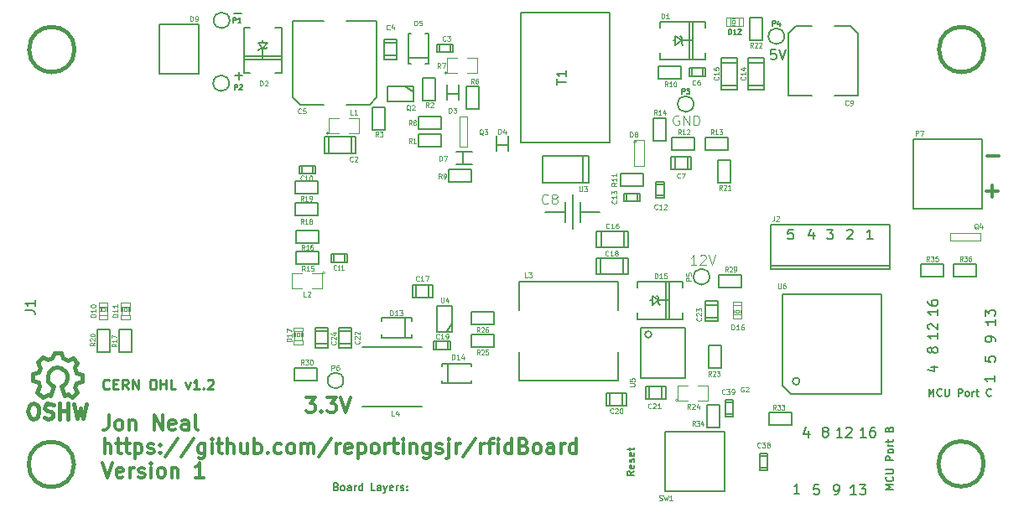
<source format=gto>
%FSLAX46Y46*%
G04 Gerber Fmt 4.6, Leading zero omitted, Abs format (unit mm)*
G04 Created by KiCad (PCBNEW (2014-08-12 BZR 5067)-product) date Tue 26 Aug 2014 12:58:06 PM EDT*
%MOMM*%
G01*
G04 APERTURE LIST*
%ADD10C,0.100000*%
%ADD11C,0.150000*%
%ADD12C,0.250000*%
%ADD13C,0.187500*%
%ADD14C,0.300000*%
%ADD15C,0.080000*%
%ADD16C,0.200000*%
%ADD17C,0.127000*%
%ADD18C,0.078740*%
%ADD19C,0.066040*%
%ADD20C,0.101600*%
%ADD21C,0.099060*%
%ADD22C,0.119380*%
%ADD23C,0.381000*%
%ADD24C,0.114300*%
G04 APERTURE END LIST*
D10*
D11*
X170445000Y-69769286D02*
X170445000Y-69019286D01*
X170695000Y-69555000D01*
X170945000Y-69019286D01*
X170945000Y-69769286D01*
X171730715Y-69697857D02*
X171695001Y-69733571D01*
X171587858Y-69769286D01*
X171516429Y-69769286D01*
X171409286Y-69733571D01*
X171337858Y-69662143D01*
X171302143Y-69590714D01*
X171266429Y-69447857D01*
X171266429Y-69340714D01*
X171302143Y-69197857D01*
X171337858Y-69126429D01*
X171409286Y-69055000D01*
X171516429Y-69019286D01*
X171587858Y-69019286D01*
X171695001Y-69055000D01*
X171730715Y-69090714D01*
X172052143Y-69019286D02*
X172052143Y-69626429D01*
X172087858Y-69697857D01*
X172123572Y-69733571D01*
X172195001Y-69769286D01*
X172337858Y-69769286D01*
X172409286Y-69733571D01*
X172445001Y-69697857D01*
X172480715Y-69626429D01*
X172480715Y-69019286D01*
X173409286Y-69769286D02*
X173409286Y-69019286D01*
X173695001Y-69019286D01*
X173766429Y-69055000D01*
X173802144Y-69090714D01*
X173837858Y-69162143D01*
X173837858Y-69269286D01*
X173802144Y-69340714D01*
X173766429Y-69376429D01*
X173695001Y-69412143D01*
X173409286Y-69412143D01*
X174266429Y-69769286D02*
X174195001Y-69733571D01*
X174159286Y-69697857D01*
X174123572Y-69626429D01*
X174123572Y-69412143D01*
X174159286Y-69340714D01*
X174195001Y-69305000D01*
X174266429Y-69269286D01*
X174373572Y-69269286D01*
X174445001Y-69305000D01*
X174480715Y-69340714D01*
X174516429Y-69412143D01*
X174516429Y-69626429D01*
X174480715Y-69697857D01*
X174445001Y-69733571D01*
X174373572Y-69769286D01*
X174266429Y-69769286D01*
X174837857Y-69769286D02*
X174837857Y-69269286D01*
X174837857Y-69412143D02*
X174873572Y-69340714D01*
X174909286Y-69305000D01*
X174980715Y-69269286D01*
X175052143Y-69269286D01*
X175195001Y-69269286D02*
X175480715Y-69269286D01*
X175302143Y-69019286D02*
X175302143Y-69662143D01*
X175337858Y-69733571D01*
X175409286Y-69769286D01*
X175480715Y-69769286D01*
X176730715Y-69697857D02*
X176695001Y-69733571D01*
X176587858Y-69769286D01*
X176516429Y-69769286D01*
X176409286Y-69733571D01*
X176337858Y-69662143D01*
X176302143Y-69590714D01*
X176266429Y-69447857D01*
X176266429Y-69340714D01*
X176302143Y-69197857D01*
X176337858Y-69126429D01*
X176409286Y-69055000D01*
X176516429Y-69019286D01*
X176587858Y-69019286D01*
X176695001Y-69055000D01*
X176730715Y-69090714D01*
X166839286Y-79185000D02*
X166089286Y-79185000D01*
X166625000Y-78935000D01*
X166089286Y-78685000D01*
X166839286Y-78685000D01*
X166767857Y-77899285D02*
X166803571Y-77934999D01*
X166839286Y-78042142D01*
X166839286Y-78113571D01*
X166803571Y-78220714D01*
X166732143Y-78292142D01*
X166660714Y-78327857D01*
X166517857Y-78363571D01*
X166410714Y-78363571D01*
X166267857Y-78327857D01*
X166196429Y-78292142D01*
X166125000Y-78220714D01*
X166089286Y-78113571D01*
X166089286Y-78042142D01*
X166125000Y-77934999D01*
X166160714Y-77899285D01*
X166089286Y-77577857D02*
X166696429Y-77577857D01*
X166767857Y-77542142D01*
X166803571Y-77506428D01*
X166839286Y-77434999D01*
X166839286Y-77292142D01*
X166803571Y-77220714D01*
X166767857Y-77184999D01*
X166696429Y-77149285D01*
X166089286Y-77149285D01*
X166839286Y-76220714D02*
X166089286Y-76220714D01*
X166089286Y-75934999D01*
X166125000Y-75863571D01*
X166160714Y-75827856D01*
X166232143Y-75792142D01*
X166339286Y-75792142D01*
X166410714Y-75827856D01*
X166446429Y-75863571D01*
X166482143Y-75934999D01*
X166482143Y-76220714D01*
X166839286Y-75363571D02*
X166803571Y-75434999D01*
X166767857Y-75470714D01*
X166696429Y-75506428D01*
X166482143Y-75506428D01*
X166410714Y-75470714D01*
X166375000Y-75434999D01*
X166339286Y-75363571D01*
X166339286Y-75256428D01*
X166375000Y-75184999D01*
X166410714Y-75149285D01*
X166482143Y-75113571D01*
X166696429Y-75113571D01*
X166767857Y-75149285D01*
X166803571Y-75184999D01*
X166839286Y-75256428D01*
X166839286Y-75363571D01*
X166839286Y-74792143D02*
X166339286Y-74792143D01*
X166482143Y-74792143D02*
X166410714Y-74756428D01*
X166375000Y-74720714D01*
X166339286Y-74649285D01*
X166339286Y-74577857D01*
X166339286Y-74434999D02*
X166339286Y-74149285D01*
X166089286Y-74327857D02*
X166732143Y-74327857D01*
X166803571Y-74292142D01*
X166839286Y-74220714D01*
X166839286Y-74149285D01*
X166446429Y-73077857D02*
X166482143Y-72970714D01*
X166517857Y-72934999D01*
X166589286Y-72899285D01*
X166696429Y-72899285D01*
X166767857Y-72934999D01*
X166803571Y-72970714D01*
X166839286Y-73042142D01*
X166839286Y-73327857D01*
X166089286Y-73327857D01*
X166089286Y-73077857D01*
X166125000Y-73006428D01*
X166160714Y-72970714D01*
X166232143Y-72934999D01*
X166303571Y-72934999D01*
X166375000Y-72970714D01*
X166410714Y-73006428D01*
X166446429Y-73077857D01*
X166446429Y-73327857D01*
X140719286Y-77338571D02*
X140362143Y-77588571D01*
X140719286Y-77767143D02*
X139969286Y-77767143D01*
X139969286Y-77481428D01*
X140005000Y-77410000D01*
X140040714Y-77374285D01*
X140112143Y-77338571D01*
X140219286Y-77338571D01*
X140290714Y-77374285D01*
X140326429Y-77410000D01*
X140362143Y-77481428D01*
X140362143Y-77767143D01*
X140683571Y-76731428D02*
X140719286Y-76802857D01*
X140719286Y-76945714D01*
X140683571Y-77017143D01*
X140612143Y-77052857D01*
X140326429Y-77052857D01*
X140255000Y-77017143D01*
X140219286Y-76945714D01*
X140219286Y-76802857D01*
X140255000Y-76731428D01*
X140326429Y-76695714D01*
X140397857Y-76695714D01*
X140469286Y-77052857D01*
X140683571Y-76410000D02*
X140719286Y-76338571D01*
X140719286Y-76195714D01*
X140683571Y-76124286D01*
X140612143Y-76088571D01*
X140576429Y-76088571D01*
X140505000Y-76124286D01*
X140469286Y-76195714D01*
X140469286Y-76302857D01*
X140433571Y-76374286D01*
X140362143Y-76410000D01*
X140326429Y-76410000D01*
X140255000Y-76374286D01*
X140219286Y-76302857D01*
X140219286Y-76195714D01*
X140255000Y-76124286D01*
X140683571Y-75481428D02*
X140719286Y-75552857D01*
X140719286Y-75695714D01*
X140683571Y-75767143D01*
X140612143Y-75802857D01*
X140326429Y-75802857D01*
X140255000Y-75767143D01*
X140219286Y-75695714D01*
X140219286Y-75552857D01*
X140255000Y-75481428D01*
X140326429Y-75445714D01*
X140397857Y-75445714D01*
X140469286Y-75802857D01*
X140219286Y-75231428D02*
X140219286Y-74945714D01*
X139969286Y-75124286D02*
X140612143Y-75124286D01*
X140683571Y-75088571D01*
X140719286Y-75017143D01*
X140719286Y-74945714D01*
X154999524Y-34752381D02*
X154523333Y-34752381D01*
X154475714Y-35228571D01*
X154523333Y-35180952D01*
X154618571Y-35133333D01*
X154856667Y-35133333D01*
X154951905Y-35180952D01*
X154999524Y-35228571D01*
X155047143Y-35323810D01*
X155047143Y-35561905D01*
X154999524Y-35657143D01*
X154951905Y-35704762D01*
X154856667Y-35752381D01*
X154618571Y-35752381D01*
X154523333Y-35704762D01*
X154475714Y-35657143D01*
X155332857Y-34752381D02*
X155666190Y-35752381D01*
X155999524Y-34752381D01*
D12*
X87697619Y-68967143D02*
X87650000Y-69014762D01*
X87507143Y-69062381D01*
X87411905Y-69062381D01*
X87269047Y-69014762D01*
X87173809Y-68919524D01*
X87126190Y-68824286D01*
X87078571Y-68633810D01*
X87078571Y-68490952D01*
X87126190Y-68300476D01*
X87173809Y-68205238D01*
X87269047Y-68110000D01*
X87411905Y-68062381D01*
X87507143Y-68062381D01*
X87650000Y-68110000D01*
X87697619Y-68157619D01*
X88126190Y-68538571D02*
X88459524Y-68538571D01*
X88602381Y-69062381D02*
X88126190Y-69062381D01*
X88126190Y-68062381D01*
X88602381Y-68062381D01*
X89602381Y-69062381D02*
X89269047Y-68586190D01*
X89030952Y-69062381D02*
X89030952Y-68062381D01*
X89411905Y-68062381D01*
X89507143Y-68110000D01*
X89554762Y-68157619D01*
X89602381Y-68252857D01*
X89602381Y-68395714D01*
X89554762Y-68490952D01*
X89507143Y-68538571D01*
X89411905Y-68586190D01*
X89030952Y-68586190D01*
X90030952Y-69062381D02*
X90030952Y-68062381D01*
X90602381Y-69062381D01*
X90602381Y-68062381D01*
X92030952Y-68062381D02*
X92221429Y-68062381D01*
X92316667Y-68110000D01*
X92411905Y-68205238D01*
X92459524Y-68395714D01*
X92459524Y-68729048D01*
X92411905Y-68919524D01*
X92316667Y-69014762D01*
X92221429Y-69062381D01*
X92030952Y-69062381D01*
X91935714Y-69014762D01*
X91840476Y-68919524D01*
X91792857Y-68729048D01*
X91792857Y-68395714D01*
X91840476Y-68205238D01*
X91935714Y-68110000D01*
X92030952Y-68062381D01*
X92888095Y-69062381D02*
X92888095Y-68062381D01*
X92888095Y-68538571D02*
X93459524Y-68538571D01*
X93459524Y-69062381D02*
X93459524Y-68062381D01*
X94411905Y-69062381D02*
X93935714Y-69062381D01*
X93935714Y-68062381D01*
X95411905Y-68395714D02*
X95650000Y-69062381D01*
X95888096Y-68395714D01*
X96792858Y-69062381D02*
X96221429Y-69062381D01*
X96507143Y-69062381D02*
X96507143Y-68062381D01*
X96411905Y-68205238D01*
X96316667Y-68300476D01*
X96221429Y-68348095D01*
X97221429Y-68967143D02*
X97269048Y-69014762D01*
X97221429Y-69062381D01*
X97173810Y-69014762D01*
X97221429Y-68967143D01*
X97221429Y-69062381D01*
X97650000Y-68157619D02*
X97697619Y-68110000D01*
X97792857Y-68062381D01*
X98030953Y-68062381D01*
X98126191Y-68110000D01*
X98173810Y-68157619D01*
X98221429Y-68252857D01*
X98221429Y-68348095D01*
X98173810Y-68490952D01*
X97602381Y-69062381D01*
X98221429Y-69062381D01*
D13*
X110613571Y-78906429D02*
X110720714Y-78942143D01*
X110756429Y-78977857D01*
X110792143Y-79049286D01*
X110792143Y-79156429D01*
X110756429Y-79227857D01*
X110720714Y-79263571D01*
X110649286Y-79299286D01*
X110363571Y-79299286D01*
X110363571Y-78549286D01*
X110613571Y-78549286D01*
X110685000Y-78585000D01*
X110720714Y-78620714D01*
X110756429Y-78692143D01*
X110756429Y-78763571D01*
X110720714Y-78835000D01*
X110685000Y-78870714D01*
X110613571Y-78906429D01*
X110363571Y-78906429D01*
X111220714Y-79299286D02*
X111149286Y-79263571D01*
X111113571Y-79227857D01*
X111077857Y-79156429D01*
X111077857Y-78942143D01*
X111113571Y-78870714D01*
X111149286Y-78835000D01*
X111220714Y-78799286D01*
X111327857Y-78799286D01*
X111399286Y-78835000D01*
X111435000Y-78870714D01*
X111470714Y-78942143D01*
X111470714Y-79156429D01*
X111435000Y-79227857D01*
X111399286Y-79263571D01*
X111327857Y-79299286D01*
X111220714Y-79299286D01*
X112113571Y-79299286D02*
X112113571Y-78906429D01*
X112077857Y-78835000D01*
X112006428Y-78799286D01*
X111863571Y-78799286D01*
X111792142Y-78835000D01*
X112113571Y-79263571D02*
X112042142Y-79299286D01*
X111863571Y-79299286D01*
X111792142Y-79263571D01*
X111756428Y-79192143D01*
X111756428Y-79120714D01*
X111792142Y-79049286D01*
X111863571Y-79013571D01*
X112042142Y-79013571D01*
X112113571Y-78977857D01*
X112470713Y-79299286D02*
X112470713Y-78799286D01*
X112470713Y-78942143D02*
X112506428Y-78870714D01*
X112542142Y-78835000D01*
X112613571Y-78799286D01*
X112684999Y-78799286D01*
X113256428Y-79299286D02*
X113256428Y-78549286D01*
X113256428Y-79263571D02*
X113184999Y-79299286D01*
X113042142Y-79299286D01*
X112970714Y-79263571D01*
X112934999Y-79227857D01*
X112899285Y-79156429D01*
X112899285Y-78942143D01*
X112934999Y-78870714D01*
X112970714Y-78835000D01*
X113042142Y-78799286D01*
X113184999Y-78799286D01*
X113256428Y-78835000D01*
X114542142Y-79299286D02*
X114184999Y-79299286D01*
X114184999Y-78549286D01*
X115113571Y-79299286D02*
X115113571Y-78906429D01*
X115077857Y-78835000D01*
X115006428Y-78799286D01*
X114863571Y-78799286D01*
X114792142Y-78835000D01*
X115113571Y-79263571D02*
X115042142Y-79299286D01*
X114863571Y-79299286D01*
X114792142Y-79263571D01*
X114756428Y-79192143D01*
X114756428Y-79120714D01*
X114792142Y-79049286D01*
X114863571Y-79013571D01*
X115042142Y-79013571D01*
X115113571Y-78977857D01*
X115399285Y-78799286D02*
X115577856Y-79299286D01*
X115756428Y-78799286D02*
X115577856Y-79299286D01*
X115506428Y-79477857D01*
X115470713Y-79513571D01*
X115399285Y-79549286D01*
X116327857Y-79263571D02*
X116256428Y-79299286D01*
X116113571Y-79299286D01*
X116042142Y-79263571D01*
X116006428Y-79192143D01*
X116006428Y-78906429D01*
X116042142Y-78835000D01*
X116113571Y-78799286D01*
X116256428Y-78799286D01*
X116327857Y-78835000D01*
X116363571Y-78906429D01*
X116363571Y-78977857D01*
X116006428Y-79049286D01*
X116684999Y-79299286D02*
X116684999Y-78799286D01*
X116684999Y-78942143D02*
X116720714Y-78870714D01*
X116756428Y-78835000D01*
X116827857Y-78799286D01*
X116899285Y-78799286D01*
X117113571Y-79263571D02*
X117185000Y-79299286D01*
X117327857Y-79299286D01*
X117399285Y-79263571D01*
X117435000Y-79192143D01*
X117435000Y-79156429D01*
X117399285Y-79085000D01*
X117327857Y-79049286D01*
X117220714Y-79049286D01*
X117149285Y-79013571D01*
X117113571Y-78942143D01*
X117113571Y-78906429D01*
X117149285Y-78835000D01*
X117220714Y-78799286D01*
X117327857Y-78799286D01*
X117399285Y-78835000D01*
X117756428Y-79227857D02*
X117792143Y-79263571D01*
X117756428Y-79299286D01*
X117720714Y-79263571D01*
X117756428Y-79227857D01*
X117756428Y-79299286D01*
X117756428Y-78835000D02*
X117792143Y-78870714D01*
X117756428Y-78906429D01*
X117720714Y-78870714D01*
X117756428Y-78835000D01*
X117756428Y-78906429D01*
D14*
X87645714Y-71668571D02*
X87645714Y-72740000D01*
X87574286Y-72954286D01*
X87431429Y-73097143D01*
X87217143Y-73168571D01*
X87074286Y-73168571D01*
X88574286Y-73168571D02*
X88431428Y-73097143D01*
X88360000Y-73025714D01*
X88288571Y-72882857D01*
X88288571Y-72454286D01*
X88360000Y-72311429D01*
X88431428Y-72240000D01*
X88574286Y-72168571D01*
X88788571Y-72168571D01*
X88931428Y-72240000D01*
X89002857Y-72311429D01*
X89074286Y-72454286D01*
X89074286Y-72882857D01*
X89002857Y-73025714D01*
X88931428Y-73097143D01*
X88788571Y-73168571D01*
X88574286Y-73168571D01*
X89717143Y-72168571D02*
X89717143Y-73168571D01*
X89717143Y-72311429D02*
X89788571Y-72240000D01*
X89931429Y-72168571D01*
X90145714Y-72168571D01*
X90288571Y-72240000D01*
X90360000Y-72382857D01*
X90360000Y-73168571D01*
X92217143Y-73168571D02*
X92217143Y-71668571D01*
X93074286Y-73168571D01*
X93074286Y-71668571D01*
X94360000Y-73097143D02*
X94217143Y-73168571D01*
X93931429Y-73168571D01*
X93788572Y-73097143D01*
X93717143Y-72954286D01*
X93717143Y-72382857D01*
X93788572Y-72240000D01*
X93931429Y-72168571D01*
X94217143Y-72168571D01*
X94360000Y-72240000D01*
X94431429Y-72382857D01*
X94431429Y-72525714D01*
X93717143Y-72668571D01*
X95717143Y-73168571D02*
X95717143Y-72382857D01*
X95645714Y-72240000D01*
X95502857Y-72168571D01*
X95217143Y-72168571D01*
X95074286Y-72240000D01*
X95717143Y-73097143D02*
X95574286Y-73168571D01*
X95217143Y-73168571D01*
X95074286Y-73097143D01*
X95002857Y-72954286D01*
X95002857Y-72811429D01*
X95074286Y-72668571D01*
X95217143Y-72597143D01*
X95574286Y-72597143D01*
X95717143Y-72525714D01*
X96645715Y-73168571D02*
X96502857Y-73097143D01*
X96431429Y-72954286D01*
X96431429Y-71668571D01*
X87217143Y-75568571D02*
X87217143Y-74068571D01*
X87860000Y-75568571D02*
X87860000Y-74782857D01*
X87788571Y-74640000D01*
X87645714Y-74568571D01*
X87431429Y-74568571D01*
X87288571Y-74640000D01*
X87217143Y-74711429D01*
X88360000Y-74568571D02*
X88931429Y-74568571D01*
X88574286Y-74068571D02*
X88574286Y-75354286D01*
X88645714Y-75497143D01*
X88788572Y-75568571D01*
X88931429Y-75568571D01*
X89217143Y-74568571D02*
X89788572Y-74568571D01*
X89431429Y-74068571D02*
X89431429Y-75354286D01*
X89502857Y-75497143D01*
X89645715Y-75568571D01*
X89788572Y-75568571D01*
X90288572Y-74568571D02*
X90288572Y-76068571D01*
X90288572Y-74640000D02*
X90431429Y-74568571D01*
X90717143Y-74568571D01*
X90860000Y-74640000D01*
X90931429Y-74711429D01*
X91002858Y-74854286D01*
X91002858Y-75282857D01*
X90931429Y-75425714D01*
X90860000Y-75497143D01*
X90717143Y-75568571D01*
X90431429Y-75568571D01*
X90288572Y-75497143D01*
X91574286Y-75497143D02*
X91717143Y-75568571D01*
X92002858Y-75568571D01*
X92145715Y-75497143D01*
X92217143Y-75354286D01*
X92217143Y-75282857D01*
X92145715Y-75140000D01*
X92002858Y-75068571D01*
X91788572Y-75068571D01*
X91645715Y-74997143D01*
X91574286Y-74854286D01*
X91574286Y-74782857D01*
X91645715Y-74640000D01*
X91788572Y-74568571D01*
X92002858Y-74568571D01*
X92145715Y-74640000D01*
X92860001Y-75425714D02*
X92931429Y-75497143D01*
X92860001Y-75568571D01*
X92788572Y-75497143D01*
X92860001Y-75425714D01*
X92860001Y-75568571D01*
X92860001Y-74640000D02*
X92931429Y-74711429D01*
X92860001Y-74782857D01*
X92788572Y-74711429D01*
X92860001Y-74640000D01*
X92860001Y-74782857D01*
X94645715Y-73997143D02*
X93360001Y-75925714D01*
X96217144Y-73997143D02*
X94931430Y-75925714D01*
X97360002Y-74568571D02*
X97360002Y-75782857D01*
X97288573Y-75925714D01*
X97217145Y-75997143D01*
X97074288Y-76068571D01*
X96860002Y-76068571D01*
X96717145Y-75997143D01*
X97360002Y-75497143D02*
X97217145Y-75568571D01*
X96931431Y-75568571D01*
X96788573Y-75497143D01*
X96717145Y-75425714D01*
X96645716Y-75282857D01*
X96645716Y-74854286D01*
X96717145Y-74711429D01*
X96788573Y-74640000D01*
X96931431Y-74568571D01*
X97217145Y-74568571D01*
X97360002Y-74640000D01*
X98074288Y-75568571D02*
X98074288Y-74568571D01*
X98074288Y-74068571D02*
X98002859Y-74140000D01*
X98074288Y-74211429D01*
X98145716Y-74140000D01*
X98074288Y-74068571D01*
X98074288Y-74211429D01*
X98574288Y-74568571D02*
X99145717Y-74568571D01*
X98788574Y-74068571D02*
X98788574Y-75354286D01*
X98860002Y-75497143D01*
X99002860Y-75568571D01*
X99145717Y-75568571D01*
X99645717Y-75568571D02*
X99645717Y-74068571D01*
X100288574Y-75568571D02*
X100288574Y-74782857D01*
X100217145Y-74640000D01*
X100074288Y-74568571D01*
X99860003Y-74568571D01*
X99717145Y-74640000D01*
X99645717Y-74711429D01*
X101645717Y-74568571D02*
X101645717Y-75568571D01*
X101002860Y-74568571D02*
X101002860Y-75354286D01*
X101074288Y-75497143D01*
X101217146Y-75568571D01*
X101431431Y-75568571D01*
X101574288Y-75497143D01*
X101645717Y-75425714D01*
X102360003Y-75568571D02*
X102360003Y-74068571D01*
X102360003Y-74640000D02*
X102502860Y-74568571D01*
X102788574Y-74568571D01*
X102931431Y-74640000D01*
X103002860Y-74711429D01*
X103074289Y-74854286D01*
X103074289Y-75282857D01*
X103002860Y-75425714D01*
X102931431Y-75497143D01*
X102788574Y-75568571D01*
X102502860Y-75568571D01*
X102360003Y-75497143D01*
X103717146Y-75425714D02*
X103788574Y-75497143D01*
X103717146Y-75568571D01*
X103645717Y-75497143D01*
X103717146Y-75425714D01*
X103717146Y-75568571D01*
X105074289Y-75497143D02*
X104931432Y-75568571D01*
X104645718Y-75568571D01*
X104502860Y-75497143D01*
X104431432Y-75425714D01*
X104360003Y-75282857D01*
X104360003Y-74854286D01*
X104431432Y-74711429D01*
X104502860Y-74640000D01*
X104645718Y-74568571D01*
X104931432Y-74568571D01*
X105074289Y-74640000D01*
X105931432Y-75568571D02*
X105788574Y-75497143D01*
X105717146Y-75425714D01*
X105645717Y-75282857D01*
X105645717Y-74854286D01*
X105717146Y-74711429D01*
X105788574Y-74640000D01*
X105931432Y-74568571D01*
X106145717Y-74568571D01*
X106288574Y-74640000D01*
X106360003Y-74711429D01*
X106431432Y-74854286D01*
X106431432Y-75282857D01*
X106360003Y-75425714D01*
X106288574Y-75497143D01*
X106145717Y-75568571D01*
X105931432Y-75568571D01*
X107074289Y-75568571D02*
X107074289Y-74568571D01*
X107074289Y-74711429D02*
X107145717Y-74640000D01*
X107288575Y-74568571D01*
X107502860Y-74568571D01*
X107645717Y-74640000D01*
X107717146Y-74782857D01*
X107717146Y-75568571D01*
X107717146Y-74782857D02*
X107788575Y-74640000D01*
X107931432Y-74568571D01*
X108145717Y-74568571D01*
X108288575Y-74640000D01*
X108360003Y-74782857D01*
X108360003Y-75568571D01*
X110145717Y-73997143D02*
X108860003Y-75925714D01*
X110645718Y-75568571D02*
X110645718Y-74568571D01*
X110645718Y-74854286D02*
X110717146Y-74711429D01*
X110788575Y-74640000D01*
X110931432Y-74568571D01*
X111074289Y-74568571D01*
X112145717Y-75497143D02*
X112002860Y-75568571D01*
X111717146Y-75568571D01*
X111574289Y-75497143D01*
X111502860Y-75354286D01*
X111502860Y-74782857D01*
X111574289Y-74640000D01*
X111717146Y-74568571D01*
X112002860Y-74568571D01*
X112145717Y-74640000D01*
X112217146Y-74782857D01*
X112217146Y-74925714D01*
X111502860Y-75068571D01*
X112860003Y-74568571D02*
X112860003Y-76068571D01*
X112860003Y-74640000D02*
X113002860Y-74568571D01*
X113288574Y-74568571D01*
X113431431Y-74640000D01*
X113502860Y-74711429D01*
X113574289Y-74854286D01*
X113574289Y-75282857D01*
X113502860Y-75425714D01*
X113431431Y-75497143D01*
X113288574Y-75568571D01*
X113002860Y-75568571D01*
X112860003Y-75497143D01*
X114431432Y-75568571D02*
X114288574Y-75497143D01*
X114217146Y-75425714D01*
X114145717Y-75282857D01*
X114145717Y-74854286D01*
X114217146Y-74711429D01*
X114288574Y-74640000D01*
X114431432Y-74568571D01*
X114645717Y-74568571D01*
X114788574Y-74640000D01*
X114860003Y-74711429D01*
X114931432Y-74854286D01*
X114931432Y-75282857D01*
X114860003Y-75425714D01*
X114788574Y-75497143D01*
X114645717Y-75568571D01*
X114431432Y-75568571D01*
X115574289Y-75568571D02*
X115574289Y-74568571D01*
X115574289Y-74854286D02*
X115645717Y-74711429D01*
X115717146Y-74640000D01*
X115860003Y-74568571D01*
X116002860Y-74568571D01*
X116288574Y-74568571D02*
X116860003Y-74568571D01*
X116502860Y-74068571D02*
X116502860Y-75354286D01*
X116574288Y-75497143D01*
X116717146Y-75568571D01*
X116860003Y-75568571D01*
X117360003Y-75568571D02*
X117360003Y-74568571D01*
X117360003Y-74068571D02*
X117288574Y-74140000D01*
X117360003Y-74211429D01*
X117431431Y-74140000D01*
X117360003Y-74068571D01*
X117360003Y-74211429D01*
X118074289Y-74568571D02*
X118074289Y-75568571D01*
X118074289Y-74711429D02*
X118145717Y-74640000D01*
X118288575Y-74568571D01*
X118502860Y-74568571D01*
X118645717Y-74640000D01*
X118717146Y-74782857D01*
X118717146Y-75568571D01*
X120074289Y-74568571D02*
X120074289Y-75782857D01*
X120002860Y-75925714D01*
X119931432Y-75997143D01*
X119788575Y-76068571D01*
X119574289Y-76068571D01*
X119431432Y-75997143D01*
X120074289Y-75497143D02*
X119931432Y-75568571D01*
X119645718Y-75568571D01*
X119502860Y-75497143D01*
X119431432Y-75425714D01*
X119360003Y-75282857D01*
X119360003Y-74854286D01*
X119431432Y-74711429D01*
X119502860Y-74640000D01*
X119645718Y-74568571D01*
X119931432Y-74568571D01*
X120074289Y-74640000D01*
X120717146Y-75497143D02*
X120860003Y-75568571D01*
X121145718Y-75568571D01*
X121288575Y-75497143D01*
X121360003Y-75354286D01*
X121360003Y-75282857D01*
X121288575Y-75140000D01*
X121145718Y-75068571D01*
X120931432Y-75068571D01*
X120788575Y-74997143D01*
X120717146Y-74854286D01*
X120717146Y-74782857D01*
X120788575Y-74640000D01*
X120931432Y-74568571D01*
X121145718Y-74568571D01*
X121288575Y-74640000D01*
X122002861Y-74568571D02*
X122002861Y-75854286D01*
X121931432Y-75997143D01*
X121788575Y-76068571D01*
X121717147Y-76068571D01*
X122002861Y-74068571D02*
X121931432Y-74140000D01*
X122002861Y-74211429D01*
X122074289Y-74140000D01*
X122002861Y-74068571D01*
X122002861Y-74211429D01*
X122717147Y-75568571D02*
X122717147Y-74568571D01*
X122717147Y-74854286D02*
X122788575Y-74711429D01*
X122860004Y-74640000D01*
X123002861Y-74568571D01*
X123145718Y-74568571D01*
X124717146Y-73997143D02*
X123431432Y-75925714D01*
X125217147Y-75568571D02*
X125217147Y-74568571D01*
X125217147Y-74854286D02*
X125288575Y-74711429D01*
X125360004Y-74640000D01*
X125502861Y-74568571D01*
X125645718Y-74568571D01*
X125931432Y-74568571D02*
X126502861Y-74568571D01*
X126145718Y-75568571D02*
X126145718Y-74282857D01*
X126217146Y-74140000D01*
X126360004Y-74068571D01*
X126502861Y-74068571D01*
X127002861Y-75568571D02*
X127002861Y-74568571D01*
X127002861Y-74068571D02*
X126931432Y-74140000D01*
X127002861Y-74211429D01*
X127074289Y-74140000D01*
X127002861Y-74068571D01*
X127002861Y-74211429D01*
X128360004Y-75568571D02*
X128360004Y-74068571D01*
X128360004Y-75497143D02*
X128217147Y-75568571D01*
X127931433Y-75568571D01*
X127788575Y-75497143D01*
X127717147Y-75425714D01*
X127645718Y-75282857D01*
X127645718Y-74854286D01*
X127717147Y-74711429D01*
X127788575Y-74640000D01*
X127931433Y-74568571D01*
X128217147Y-74568571D01*
X128360004Y-74640000D01*
X129574290Y-74782857D02*
X129788576Y-74854286D01*
X129860004Y-74925714D01*
X129931433Y-75068571D01*
X129931433Y-75282857D01*
X129860004Y-75425714D01*
X129788576Y-75497143D01*
X129645718Y-75568571D01*
X129074290Y-75568571D01*
X129074290Y-74068571D01*
X129574290Y-74068571D01*
X129717147Y-74140000D01*
X129788576Y-74211429D01*
X129860004Y-74354286D01*
X129860004Y-74497143D01*
X129788576Y-74640000D01*
X129717147Y-74711429D01*
X129574290Y-74782857D01*
X129074290Y-74782857D01*
X130788576Y-75568571D02*
X130645718Y-75497143D01*
X130574290Y-75425714D01*
X130502861Y-75282857D01*
X130502861Y-74854286D01*
X130574290Y-74711429D01*
X130645718Y-74640000D01*
X130788576Y-74568571D01*
X131002861Y-74568571D01*
X131145718Y-74640000D01*
X131217147Y-74711429D01*
X131288576Y-74854286D01*
X131288576Y-75282857D01*
X131217147Y-75425714D01*
X131145718Y-75497143D01*
X131002861Y-75568571D01*
X130788576Y-75568571D01*
X132574290Y-75568571D02*
X132574290Y-74782857D01*
X132502861Y-74640000D01*
X132360004Y-74568571D01*
X132074290Y-74568571D01*
X131931433Y-74640000D01*
X132574290Y-75497143D02*
X132431433Y-75568571D01*
X132074290Y-75568571D01*
X131931433Y-75497143D01*
X131860004Y-75354286D01*
X131860004Y-75211429D01*
X131931433Y-75068571D01*
X132074290Y-74997143D01*
X132431433Y-74997143D01*
X132574290Y-74925714D01*
X133288576Y-75568571D02*
X133288576Y-74568571D01*
X133288576Y-74854286D02*
X133360004Y-74711429D01*
X133431433Y-74640000D01*
X133574290Y-74568571D01*
X133717147Y-74568571D01*
X134860004Y-75568571D02*
X134860004Y-74068571D01*
X134860004Y-75497143D02*
X134717147Y-75568571D01*
X134431433Y-75568571D01*
X134288575Y-75497143D01*
X134217147Y-75425714D01*
X134145718Y-75282857D01*
X134145718Y-74854286D01*
X134217147Y-74711429D01*
X134288575Y-74640000D01*
X134431433Y-74568571D01*
X134717147Y-74568571D01*
X134860004Y-74640000D01*
X87002857Y-76468571D02*
X87502857Y-77968571D01*
X88002857Y-76468571D01*
X89074285Y-77897143D02*
X88931428Y-77968571D01*
X88645714Y-77968571D01*
X88502857Y-77897143D01*
X88431428Y-77754286D01*
X88431428Y-77182857D01*
X88502857Y-77040000D01*
X88645714Y-76968571D01*
X88931428Y-76968571D01*
X89074285Y-77040000D01*
X89145714Y-77182857D01*
X89145714Y-77325714D01*
X88431428Y-77468571D01*
X89788571Y-77968571D02*
X89788571Y-76968571D01*
X89788571Y-77254286D02*
X89859999Y-77111429D01*
X89931428Y-77040000D01*
X90074285Y-76968571D01*
X90217142Y-76968571D01*
X90645713Y-77897143D02*
X90788570Y-77968571D01*
X91074285Y-77968571D01*
X91217142Y-77897143D01*
X91288570Y-77754286D01*
X91288570Y-77682857D01*
X91217142Y-77540000D01*
X91074285Y-77468571D01*
X90859999Y-77468571D01*
X90717142Y-77397143D01*
X90645713Y-77254286D01*
X90645713Y-77182857D01*
X90717142Y-77040000D01*
X90859999Y-76968571D01*
X91074285Y-76968571D01*
X91217142Y-77040000D01*
X91931428Y-77968571D02*
X91931428Y-76968571D01*
X91931428Y-76468571D02*
X91859999Y-76540000D01*
X91931428Y-76611429D01*
X92002856Y-76540000D01*
X91931428Y-76468571D01*
X91931428Y-76611429D01*
X92860000Y-77968571D02*
X92717142Y-77897143D01*
X92645714Y-77825714D01*
X92574285Y-77682857D01*
X92574285Y-77254286D01*
X92645714Y-77111429D01*
X92717142Y-77040000D01*
X92860000Y-76968571D01*
X93074285Y-76968571D01*
X93217142Y-77040000D01*
X93288571Y-77111429D01*
X93360000Y-77254286D01*
X93360000Y-77682857D01*
X93288571Y-77825714D01*
X93217142Y-77897143D01*
X93074285Y-77968571D01*
X92860000Y-77968571D01*
X94002857Y-76968571D02*
X94002857Y-77968571D01*
X94002857Y-77111429D02*
X94074285Y-77040000D01*
X94217143Y-76968571D01*
X94431428Y-76968571D01*
X94574285Y-77040000D01*
X94645714Y-77182857D01*
X94645714Y-77968571D01*
X97288571Y-77968571D02*
X96431428Y-77968571D01*
X96860000Y-77968571D02*
X96860000Y-76468571D01*
X96717143Y-76682857D01*
X96574285Y-76825714D01*
X96431428Y-76897143D01*
X107555715Y-69898571D02*
X108484286Y-69898571D01*
X107984286Y-70470000D01*
X108198572Y-70470000D01*
X108341429Y-70541429D01*
X108412858Y-70612857D01*
X108484286Y-70755714D01*
X108484286Y-71112857D01*
X108412858Y-71255714D01*
X108341429Y-71327143D01*
X108198572Y-71398571D01*
X107770000Y-71398571D01*
X107627143Y-71327143D01*
X107555715Y-71255714D01*
X109127143Y-71255714D02*
X109198571Y-71327143D01*
X109127143Y-71398571D01*
X109055714Y-71327143D01*
X109127143Y-71255714D01*
X109127143Y-71398571D01*
X109698572Y-69898571D02*
X110627143Y-69898571D01*
X110127143Y-70470000D01*
X110341429Y-70470000D01*
X110484286Y-70541429D01*
X110555715Y-70612857D01*
X110627143Y-70755714D01*
X110627143Y-71112857D01*
X110555715Y-71255714D01*
X110484286Y-71327143D01*
X110341429Y-71398571D01*
X109912857Y-71398571D01*
X109770000Y-71327143D01*
X109698572Y-71255714D01*
X111055714Y-69898571D02*
X111555714Y-71398571D01*
X112055714Y-69898571D01*
D15*
X146980953Y-56502381D02*
X146409524Y-56502381D01*
X146695238Y-56502381D02*
X146695238Y-55502381D01*
X146600000Y-55645238D01*
X146504762Y-55740476D01*
X146409524Y-55788095D01*
X147361905Y-55597619D02*
X147409524Y-55550000D01*
X147504762Y-55502381D01*
X147742858Y-55502381D01*
X147838096Y-55550000D01*
X147885715Y-55597619D01*
X147933334Y-55692857D01*
X147933334Y-55788095D01*
X147885715Y-55930952D01*
X147314286Y-56502381D01*
X147933334Y-56502381D01*
X148219048Y-55502381D02*
X148552381Y-56502381D01*
X148885715Y-55502381D01*
X145188096Y-41450000D02*
X145092858Y-41402381D01*
X144950001Y-41402381D01*
X144807143Y-41450000D01*
X144711905Y-41545238D01*
X144664286Y-41640476D01*
X144616667Y-41830952D01*
X144616667Y-41973810D01*
X144664286Y-42164286D01*
X144711905Y-42259524D01*
X144807143Y-42354762D01*
X144950001Y-42402381D01*
X145045239Y-42402381D01*
X145188096Y-42354762D01*
X145235715Y-42307143D01*
X145235715Y-41973810D01*
X145045239Y-41973810D01*
X145664286Y-42402381D02*
X145664286Y-41402381D01*
X146235715Y-42402381D01*
X146235715Y-41402381D01*
X146711905Y-42402381D02*
X146711905Y-41402381D01*
X146950000Y-41402381D01*
X147092858Y-41450000D01*
X147188096Y-41545238D01*
X147235715Y-41640476D01*
X147283334Y-41830952D01*
X147283334Y-41973810D01*
X147235715Y-42164286D01*
X147188096Y-42259524D01*
X147092858Y-42354762D01*
X146950000Y-42402381D01*
X146711905Y-42402381D01*
D14*
X176278572Y-49057143D02*
X177421429Y-49057143D01*
X176850000Y-49628571D02*
X176850000Y-48485714D01*
X176328572Y-45507143D02*
X177471429Y-45507143D01*
D16*
X155700000Y-68700000D02*
X156500000Y-69500000D01*
X157410555Y-68250000D02*
G75*
G03X157410555Y-68250000I-360555J0D01*
G74*
G01*
X165700000Y-59500000D02*
X155700000Y-59500000D01*
X165700000Y-69500000D02*
X165700000Y-59500000D01*
X156500000Y-69500000D02*
X165700000Y-69500000D01*
X155700000Y-59500000D02*
X155700000Y-68700000D01*
D17*
X112143000Y-45212800D02*
X112143000Y-43587200D01*
X109857000Y-43587200D02*
X109857000Y-45212800D01*
X109399800Y-43587200D02*
X109399800Y-45212800D01*
X109399800Y-45212800D02*
X112600200Y-45212800D01*
X112600200Y-45212800D02*
X112600200Y-43587200D01*
X112600200Y-43587200D02*
X109399800Y-43587200D01*
X121041200Y-34193600D02*
X121041200Y-35006400D01*
X122158800Y-34981000D02*
X122158800Y-34193600D01*
X122412800Y-35006400D02*
X120787200Y-35006400D01*
X120787200Y-35006400D02*
X120787200Y-34193600D01*
X120787200Y-34193600D02*
X122412800Y-34193600D01*
X122412800Y-34193600D02*
X122412800Y-35006400D01*
X115465000Y-34065000D02*
X116735000Y-34065000D01*
X115465000Y-35335000D02*
X116709600Y-35335000D01*
X115465000Y-35716000D02*
X115465000Y-33684000D01*
X115465000Y-33684000D02*
X116735000Y-33684000D01*
X116735000Y-33684000D02*
X116735000Y-35716000D01*
X116735000Y-35716000D02*
X115465000Y-35716000D01*
D11*
X106980000Y-40350000D02*
X106230000Y-39600000D01*
X113980000Y-40350000D02*
X114730000Y-39600000D01*
X114730000Y-31850000D02*
X111630000Y-31850000D01*
X109380000Y-40350000D02*
X106980000Y-40350000D01*
X106230000Y-39600000D02*
X106230000Y-31850000D01*
X106230000Y-31850000D02*
X109330000Y-31850000D01*
X113980000Y-40350000D02*
X111630000Y-40350000D01*
X114730000Y-39600000D02*
X114730000Y-31850000D01*
D17*
X147608800Y-37456400D02*
X147608800Y-36643600D01*
X146491200Y-36669000D02*
X146491200Y-37456400D01*
X146237200Y-36643600D02*
X147862800Y-36643600D01*
X147862800Y-36643600D02*
X147862800Y-37456400D01*
X147862800Y-37456400D02*
X146237200Y-37456400D01*
X146237200Y-37456400D02*
X146237200Y-36643600D01*
X146085000Y-45565000D02*
X146085000Y-46835000D01*
X144815000Y-45565000D02*
X144815000Y-46809600D01*
X144434000Y-45565000D02*
X146466000Y-45565000D01*
X146466000Y-45565000D02*
X146466000Y-46835000D01*
X146466000Y-46835000D02*
X144434000Y-46835000D01*
X144434000Y-46835000D02*
X144434000Y-45565000D01*
D16*
X135250000Y-50150000D02*
X135250000Y-52150000D01*
X135250000Y-51150000D02*
X135250000Y-50150000D01*
X137250000Y-51150000D02*
X135250000Y-51150000D01*
X133750000Y-50150000D02*
X133750000Y-52150000D01*
X133750000Y-51150000D02*
X133750000Y-50150000D01*
X131750000Y-51150000D02*
X133750000Y-51150000D01*
X134500000Y-52650000D02*
X134500000Y-52900000D01*
X134500000Y-49900000D02*
X134500000Y-49400000D01*
X134500000Y-49900000D02*
X134500000Y-52650000D01*
D11*
X162550000Y-32400000D02*
X163300000Y-33150000D01*
X157050000Y-32400000D02*
X156300000Y-33150000D01*
X156300000Y-39400000D02*
X158650000Y-39400000D01*
X160900000Y-32400000D02*
X162550000Y-32400000D01*
X163300000Y-33150000D02*
X163300000Y-39400000D01*
X163300000Y-39400000D02*
X160950000Y-39400000D01*
X157050000Y-32400000D02*
X158650000Y-32400000D01*
X156300000Y-33150000D02*
X156300000Y-39400000D01*
D17*
X108258800Y-47306400D02*
X108258800Y-46493600D01*
X107141200Y-46519000D02*
X107141200Y-47306400D01*
X106887200Y-46493600D02*
X108512800Y-46493600D01*
X108512800Y-46493600D02*
X108512800Y-47306400D01*
X108512800Y-47306400D02*
X106887200Y-47306400D01*
X106887200Y-47306400D02*
X106887200Y-46493600D01*
X110391200Y-55393600D02*
X110391200Y-56206400D01*
X111508800Y-56181000D02*
X111508800Y-55393600D01*
X111762800Y-56206400D02*
X110137200Y-56206400D01*
X110137200Y-56206400D02*
X110137200Y-55393600D01*
X110137200Y-55393600D02*
X111762800Y-55393600D01*
X111762800Y-55393600D02*
X111762800Y-56206400D01*
X142893600Y-49508800D02*
X143706400Y-49508800D01*
X143681000Y-48391200D02*
X142893600Y-48391200D01*
X143706400Y-48137200D02*
X143706400Y-49762800D01*
X143706400Y-49762800D02*
X142893600Y-49762800D01*
X142893600Y-49762800D02*
X142893600Y-48137200D01*
X142893600Y-48137200D02*
X143706400Y-48137200D01*
X141058800Y-50106400D02*
X141058800Y-49293600D01*
X139941200Y-49319000D02*
X139941200Y-50106400D01*
X139687200Y-49293600D02*
X141312800Y-49293600D01*
X141312800Y-49293600D02*
X141312800Y-50106400D01*
X141312800Y-50106400D02*
X139687200Y-50106400D01*
X139687200Y-50106400D02*
X139687200Y-49293600D01*
X153812800Y-36057000D02*
X152187200Y-36057000D01*
X152187200Y-38343000D02*
X153812800Y-38343000D01*
X152187200Y-38800200D02*
X153812800Y-38800200D01*
X153812800Y-38800200D02*
X153812800Y-35599800D01*
X153812800Y-35599800D02*
X152187200Y-35599800D01*
X152187200Y-35599800D02*
X152187200Y-38800200D01*
X151112800Y-36057000D02*
X149487200Y-36057000D01*
X149487200Y-38343000D02*
X151112800Y-38343000D01*
X149487200Y-38800200D02*
X151112800Y-38800200D01*
X151112800Y-38800200D02*
X151112800Y-35599800D01*
X151112800Y-35599800D02*
X149487200Y-35599800D01*
X149487200Y-35599800D02*
X149487200Y-38800200D01*
X137357000Y-53137200D02*
X137357000Y-54762800D01*
X139643000Y-54762800D02*
X139643000Y-53137200D01*
X140100200Y-54762800D02*
X140100200Y-53137200D01*
X140100200Y-53137200D02*
X136899800Y-53137200D01*
X136899800Y-53137200D02*
X136899800Y-54762800D01*
X136899800Y-54762800D02*
X140100200Y-54762800D01*
X119975000Y-58505000D02*
X119975000Y-59775000D01*
X118705000Y-58505000D02*
X118705000Y-59749600D01*
X118324000Y-58505000D02*
X120356000Y-58505000D01*
X120356000Y-58505000D02*
X120356000Y-59775000D01*
X120356000Y-59775000D02*
X118324000Y-59775000D01*
X118324000Y-59775000D02*
X118324000Y-58505000D01*
X137307000Y-55837200D02*
X137307000Y-57462800D01*
X139593000Y-57462800D02*
X139593000Y-55837200D01*
X140050200Y-57462800D02*
X140050200Y-55837200D01*
X140050200Y-55837200D02*
X136849800Y-55837200D01*
X136849800Y-55837200D02*
X136849800Y-57462800D01*
X136849800Y-57462800D02*
X140050200Y-57462800D01*
X121858800Y-65056400D02*
X121858800Y-64243600D01*
X120741200Y-64269000D02*
X120741200Y-65056400D01*
X120487200Y-64243600D02*
X122112800Y-64243600D01*
X122112800Y-64243600D02*
X122112800Y-65056400D01*
X122112800Y-65056400D02*
X120487200Y-65056400D01*
X120487200Y-65056400D02*
X120487200Y-64243600D01*
X138265000Y-70685000D02*
X138265000Y-69415000D01*
X139535000Y-70685000D02*
X139535000Y-69440400D01*
X139916000Y-70685000D02*
X137884000Y-70685000D01*
X137884000Y-70685000D02*
X137884000Y-69415000D01*
X137884000Y-69415000D02*
X139916000Y-69415000D01*
X139916000Y-69415000D02*
X139916000Y-70685000D01*
X143508427Y-68785421D02*
X143508427Y-70055421D01*
X142238427Y-68785421D02*
X142238427Y-70030021D01*
X141857427Y-68785421D02*
X143889427Y-68785421D01*
X143889427Y-68785421D02*
X143889427Y-70055421D01*
X143889427Y-70055421D02*
X141857427Y-70055421D01*
X141857427Y-70055421D02*
X141857427Y-68785421D01*
X112129798Y-64479640D02*
X110859798Y-64479640D01*
X112129798Y-63209640D02*
X110885198Y-63209640D01*
X112129798Y-62828640D02*
X112129798Y-64860640D01*
X112129798Y-64860640D02*
X110859798Y-64860640D01*
X110859798Y-64860640D02*
X110859798Y-62828640D01*
X110859798Y-62828640D02*
X112129798Y-62828640D01*
X147905000Y-60535000D02*
X149175000Y-60535000D01*
X147905000Y-61805000D02*
X149149600Y-61805000D01*
X147905000Y-62186000D02*
X147905000Y-60154000D01*
X147905000Y-60154000D02*
X149175000Y-60154000D01*
X149175000Y-60154000D02*
X149175000Y-62186000D01*
X149175000Y-62186000D02*
X147905000Y-62186000D01*
X109749798Y-64499640D02*
X108479798Y-64499640D01*
X109749798Y-63229640D02*
X108505198Y-63229640D01*
X109749798Y-62848640D02*
X109749798Y-64880640D01*
X109749798Y-64880640D02*
X108479798Y-64880640D01*
X108479798Y-64880640D02*
X108479798Y-62848640D01*
X108479798Y-62848640D02*
X109749798Y-62848640D01*
X153343600Y-76958800D02*
X154156400Y-76958800D01*
X154131000Y-75841200D02*
X153343600Y-75841200D01*
X154156400Y-75587200D02*
X154156400Y-77212800D01*
X154156400Y-77212800D02*
X153343600Y-77212800D01*
X153343600Y-77212800D02*
X153343600Y-75587200D01*
X153343600Y-75587200D02*
X154156400Y-75587200D01*
X149893600Y-71528800D02*
X150706400Y-71528800D01*
X150681000Y-70411200D02*
X149893600Y-70411200D01*
X150706400Y-70157200D02*
X150706400Y-71782800D01*
X150706400Y-71782800D02*
X149893600Y-71782800D01*
X149893600Y-71782800D02*
X149893600Y-70157200D01*
X149893600Y-70157200D02*
X150706400Y-70157200D01*
X144838000Y-33850000D02*
X144634800Y-33850000D01*
X143314000Y-31945000D02*
X147886000Y-31945000D01*
X147886000Y-31945000D02*
X147886000Y-32580000D01*
X146260400Y-35755000D02*
X146260400Y-31945000D01*
X146590600Y-35755000D02*
X146590600Y-31945000D01*
X143314000Y-35120000D02*
X143314000Y-35755000D01*
X143314000Y-35755000D02*
X147886000Y-35755000D01*
X147886000Y-35755000D02*
X147886000Y-35120000D01*
X143314000Y-32580000D02*
X143314000Y-31945000D01*
X145473000Y-33850000D02*
X144838000Y-33375020D01*
X144838000Y-33375020D02*
X144838000Y-33850000D01*
X144838000Y-33850000D02*
X144838000Y-34324980D01*
X144838000Y-34324980D02*
X145473000Y-33850000D01*
X145473000Y-33850000D02*
X145473000Y-33532500D01*
X145473000Y-33532500D02*
X145315520Y-33375020D01*
X145473000Y-33850000D02*
X145473000Y-34167500D01*
X145473000Y-34167500D02*
X145630480Y-34324980D01*
X145473000Y-33850000D02*
X146582980Y-33850000D01*
X103200000Y-34038000D02*
X103200000Y-33834800D01*
X105105000Y-32514000D02*
X105105000Y-37086000D01*
X105105000Y-37086000D02*
X104470000Y-37086000D01*
X101295000Y-35460400D02*
X105105000Y-35460400D01*
X101295000Y-35790600D02*
X105105000Y-35790600D01*
X101930000Y-32514000D02*
X101295000Y-32514000D01*
X101295000Y-32514000D02*
X101295000Y-37086000D01*
X101295000Y-37086000D02*
X101930000Y-37086000D01*
X104470000Y-32514000D02*
X105105000Y-32514000D01*
X103200000Y-34673000D02*
X103674980Y-34038000D01*
X103674980Y-34038000D02*
X103200000Y-34038000D01*
X103200000Y-34038000D02*
X102725020Y-34038000D01*
X102725020Y-34038000D02*
X103200000Y-34673000D01*
X103200000Y-34673000D02*
X103517500Y-34673000D01*
X103517500Y-34673000D02*
X103674980Y-34515520D01*
X103200000Y-34673000D02*
X102882500Y-34673000D01*
X102882500Y-34673000D02*
X102725020Y-34830480D01*
X103200000Y-34673000D02*
X103200000Y-35782980D01*
D16*
X121816342Y-39230055D02*
X122916342Y-39230055D01*
D11*
X123000000Y-39850000D02*
X123000000Y-38300000D01*
X121800000Y-39850000D02*
X121800000Y-38300000D01*
D16*
X126816342Y-44380055D02*
X127916342Y-44380055D01*
D11*
X128000000Y-45000000D02*
X128000000Y-43450000D01*
X126800000Y-45000000D02*
X126800000Y-43450000D01*
D16*
X117900000Y-35550000D02*
X119900000Y-35550000D01*
X119900000Y-36150000D02*
X119600000Y-36150000D01*
X119900000Y-33150000D02*
X119900000Y-36150000D01*
X119600000Y-33150000D02*
X119900000Y-33150000D01*
X117900000Y-33150000D02*
X118200000Y-33150000D01*
X117900000Y-33250000D02*
X117900000Y-33150000D01*
X117900000Y-36150000D02*
X117900000Y-33250000D01*
X118200000Y-36150000D02*
X117900000Y-36150000D01*
X123369945Y-45116342D02*
X123369945Y-46216342D01*
D11*
X122750000Y-46300000D02*
X124300000Y-46300000D01*
X122750000Y-45100000D02*
X124300000Y-45100000D01*
D18*
X140958550Y-44073980D02*
G75*
G03X140958550Y-44073980I-159070J0D01*
G74*
G01*
X141658000Y-46520000D02*
X140642000Y-46520000D01*
X141658000Y-43916500D02*
X140642000Y-43916500D01*
X140642000Y-46520000D02*
X140642000Y-43916500D01*
X141658000Y-43916500D02*
X141658000Y-46520000D01*
D16*
X92750000Y-32200000D02*
X96750000Y-32200000D01*
X92750000Y-37200000D02*
X92750000Y-32200000D01*
X96750000Y-37200000D02*
X92750000Y-37200000D01*
X96750000Y-32200000D02*
X96750000Y-37200000D01*
D19*
X86650420Y-60700420D02*
X87549580Y-60700420D01*
X87549580Y-60700420D02*
X87549580Y-60301640D01*
X86650420Y-60301640D02*
X87549580Y-60301640D01*
X86650420Y-60700420D02*
X86650420Y-60301640D01*
X86650420Y-61998360D02*
X87549580Y-61998360D01*
X87549580Y-61998360D02*
X87549580Y-61599580D01*
X86650420Y-61599580D02*
X87549580Y-61599580D01*
X86650420Y-61998360D02*
X86650420Y-61599580D01*
X86650420Y-61150000D02*
X86800280Y-61150000D01*
X86800280Y-61150000D02*
X86800280Y-60850280D01*
X86650420Y-60850280D02*
X86800280Y-60850280D01*
X86650420Y-61150000D02*
X86650420Y-60850280D01*
X87399720Y-61150000D02*
X87549580Y-61150000D01*
X87549580Y-61150000D02*
X87549580Y-60850280D01*
X87399720Y-60850280D02*
X87549580Y-60850280D01*
X87399720Y-61150000D02*
X87399720Y-60850280D01*
X86950140Y-61150000D02*
X87249860Y-61150000D01*
X87249860Y-61150000D02*
X87249860Y-60850280D01*
X86950140Y-60850280D02*
X87249860Y-60850280D01*
X86950140Y-61150000D02*
X86950140Y-60850280D01*
D20*
X86701220Y-60700420D02*
X86701220Y-61599580D01*
X87498780Y-60700420D02*
X87498780Y-61599580D01*
D19*
X88900420Y-60700420D02*
X89799580Y-60700420D01*
X89799580Y-60700420D02*
X89799580Y-60301640D01*
X88900420Y-60301640D02*
X89799580Y-60301640D01*
X88900420Y-60700420D02*
X88900420Y-60301640D01*
X88900420Y-61998360D02*
X89799580Y-61998360D01*
X89799580Y-61998360D02*
X89799580Y-61599580D01*
X88900420Y-61599580D02*
X89799580Y-61599580D01*
X88900420Y-61998360D02*
X88900420Y-61599580D01*
X88900420Y-61150000D02*
X89050280Y-61150000D01*
X89050280Y-61150000D02*
X89050280Y-60850280D01*
X88900420Y-60850280D02*
X89050280Y-60850280D01*
X88900420Y-61150000D02*
X88900420Y-60850280D01*
X89649720Y-61150000D02*
X89799580Y-61150000D01*
X89799580Y-61150000D02*
X89799580Y-60850280D01*
X89649720Y-60850280D02*
X89799580Y-60850280D01*
X89649720Y-61150000D02*
X89649720Y-60850280D01*
X89200140Y-61150000D02*
X89499860Y-61150000D01*
X89499860Y-61150000D02*
X89499860Y-60850280D01*
X89200140Y-60850280D02*
X89499860Y-60850280D01*
X89200140Y-61150000D02*
X89200140Y-60850280D01*
D20*
X88951220Y-60700420D02*
X88951220Y-61599580D01*
X89748780Y-60700420D02*
X89748780Y-61599580D01*
D19*
X150400420Y-32399580D02*
X150400420Y-31500420D01*
X150400420Y-31500420D02*
X150001640Y-31500420D01*
X150001640Y-32399580D02*
X150001640Y-31500420D01*
X150400420Y-32399580D02*
X150001640Y-32399580D01*
X151698360Y-32399580D02*
X151698360Y-31500420D01*
X151698360Y-31500420D02*
X151299580Y-31500420D01*
X151299580Y-32399580D02*
X151299580Y-31500420D01*
X151698360Y-32399580D02*
X151299580Y-32399580D01*
X150850000Y-32399580D02*
X150850000Y-32249720D01*
X150850000Y-32249720D02*
X150550280Y-32249720D01*
X150550280Y-32399580D02*
X150550280Y-32249720D01*
X150850000Y-32399580D02*
X150550280Y-32399580D01*
X150850000Y-31650280D02*
X150850000Y-31500420D01*
X150850000Y-31500420D02*
X150550280Y-31500420D01*
X150550280Y-31650280D02*
X150550280Y-31500420D01*
X150850000Y-31650280D02*
X150550280Y-31650280D01*
X150850000Y-32099860D02*
X150850000Y-31800140D01*
X150850000Y-31800140D02*
X150550280Y-31800140D01*
X150550280Y-32099860D02*
X150550280Y-31800140D01*
X150850000Y-32099860D02*
X150550280Y-32099860D01*
D20*
X150400420Y-32348780D02*
X151299580Y-32348780D01*
X150400420Y-31551220D02*
X151299580Y-31551220D01*
D16*
X117606055Y-63842289D02*
X117606055Y-61842289D01*
X118206055Y-61842289D02*
X118206055Y-62142289D01*
X115206055Y-61842289D02*
X118206055Y-61842289D01*
X115206055Y-62142289D02*
X115206055Y-61842289D01*
X115206055Y-63842289D02*
X115206055Y-63542289D01*
X115306055Y-63842289D02*
X115206055Y-63842289D01*
X118206055Y-63842289D02*
X115306055Y-63842289D01*
X118206055Y-63542289D02*
X118206055Y-63842289D01*
X121870000Y-66450000D02*
X121870000Y-68450000D01*
X121270000Y-68450000D02*
X121270000Y-68150000D01*
X124270000Y-68450000D02*
X121270000Y-68450000D01*
X124270000Y-68150000D02*
X124270000Y-68450000D01*
X124270000Y-66450000D02*
X124270000Y-66750000D01*
X124170000Y-66450000D02*
X124270000Y-66450000D01*
X121270000Y-66450000D02*
X124170000Y-66450000D01*
X121270000Y-66750000D02*
X121270000Y-66450000D01*
D17*
X142511427Y-60070421D02*
X142308227Y-60070421D01*
X140987427Y-58165421D02*
X145559427Y-58165421D01*
X145559427Y-58165421D02*
X145559427Y-58800421D01*
X143933827Y-61975421D02*
X143933827Y-58165421D01*
X144264027Y-61975421D02*
X144264027Y-58165421D01*
X140987427Y-61340421D02*
X140987427Y-61975421D01*
X140987427Y-61975421D02*
X145559427Y-61975421D01*
X145559427Y-61975421D02*
X145559427Y-61340421D01*
X140987427Y-58800421D02*
X140987427Y-58165421D01*
X143146427Y-60070421D02*
X142511427Y-59595441D01*
X142511427Y-59595441D02*
X142511427Y-60070421D01*
X142511427Y-60070421D02*
X142511427Y-60545401D01*
X142511427Y-60545401D02*
X143146427Y-60070421D01*
X143146427Y-60070421D02*
X143146427Y-59752921D01*
X143146427Y-59752921D02*
X142988947Y-59595441D01*
X143146427Y-60070421D02*
X143146427Y-60387921D01*
X143146427Y-60387921D02*
X143303907Y-60545401D01*
X143146427Y-60070421D02*
X144256407Y-60070421D01*
D19*
X151549580Y-61499580D02*
X150650420Y-61499580D01*
X150650420Y-61499580D02*
X150650420Y-61898360D01*
X151549580Y-61898360D02*
X150650420Y-61898360D01*
X151549580Y-61499580D02*
X151549580Y-61898360D01*
X151549580Y-60201640D02*
X150650420Y-60201640D01*
X150650420Y-60201640D02*
X150650420Y-60600420D01*
X151549580Y-60600420D02*
X150650420Y-60600420D01*
X151549580Y-60201640D02*
X151549580Y-60600420D01*
X151549580Y-61050000D02*
X151399720Y-61050000D01*
X151399720Y-61050000D02*
X151399720Y-61349720D01*
X151549580Y-61349720D02*
X151399720Y-61349720D01*
X151549580Y-61050000D02*
X151549580Y-61349720D01*
X150800280Y-61050000D02*
X150650420Y-61050000D01*
X150650420Y-61050000D02*
X150650420Y-61349720D01*
X150800280Y-61349720D02*
X150650420Y-61349720D01*
X150800280Y-61050000D02*
X150800280Y-61349720D01*
X151249860Y-61050000D02*
X150950140Y-61050000D01*
X150950140Y-61050000D02*
X150950140Y-61349720D01*
X151249860Y-61349720D02*
X150950140Y-61349720D01*
X151249860Y-61050000D02*
X151249860Y-61349720D01*
D20*
X151498780Y-61499580D02*
X151498780Y-60600420D01*
X150701220Y-61499580D02*
X150701220Y-60600420D01*
D19*
X106340420Y-63210420D02*
X107239580Y-63210420D01*
X107239580Y-63210420D02*
X107239580Y-62811640D01*
X106340420Y-62811640D02*
X107239580Y-62811640D01*
X106340420Y-63210420D02*
X106340420Y-62811640D01*
X106340420Y-64508360D02*
X107239580Y-64508360D01*
X107239580Y-64508360D02*
X107239580Y-64109580D01*
X106340420Y-64109580D02*
X107239580Y-64109580D01*
X106340420Y-64508360D02*
X106340420Y-64109580D01*
X106340420Y-63660000D02*
X106490280Y-63660000D01*
X106490280Y-63660000D02*
X106490280Y-63360280D01*
X106340420Y-63360280D02*
X106490280Y-63360280D01*
X106340420Y-63660000D02*
X106340420Y-63360280D01*
X107089720Y-63660000D02*
X107239580Y-63660000D01*
X107239580Y-63660000D02*
X107239580Y-63360280D01*
X107089720Y-63360280D02*
X107239580Y-63360280D01*
X107089720Y-63660000D02*
X107089720Y-63360280D01*
X106640140Y-63660000D02*
X106939860Y-63660000D01*
X106939860Y-63660000D02*
X106939860Y-63360280D01*
X106640140Y-63360280D02*
X106939860Y-63360280D01*
X106640140Y-63660000D02*
X106640140Y-63360280D01*
D20*
X106391220Y-63210420D02*
X106391220Y-64109580D01*
X107188780Y-63210420D02*
X107188780Y-64109580D01*
D16*
X166500000Y-56550000D02*
X154500000Y-56550000D01*
X166500000Y-52450000D02*
X166500000Y-56950000D01*
X154500000Y-52450000D02*
X166500000Y-52450000D01*
X154500000Y-56950000D02*
X154500000Y-52450000D01*
X166500000Y-56950000D02*
X154500000Y-56950000D01*
D21*
X109886000Y-43192000D02*
G75*
G03X109886000Y-43192000I-127000J0D01*
G74*
G01*
X110902000Y-43192000D02*
X109886000Y-43192000D01*
X109886000Y-43192000D02*
X109886000Y-41668000D01*
X109886000Y-41668000D02*
X110902000Y-41668000D01*
X111918000Y-41668000D02*
X112934000Y-41668000D01*
X112934000Y-41668000D02*
X112934000Y-43192000D01*
X112934000Y-43192000D02*
X111918000Y-43192000D01*
X109478000Y-57338000D02*
G75*
G03X109478000Y-57338000I-127000J0D01*
G74*
G01*
X108208000Y-57338000D02*
X109224000Y-57338000D01*
X109224000Y-57338000D02*
X109224000Y-58862000D01*
X109224000Y-58862000D02*
X108208000Y-58862000D01*
X107192000Y-58862000D02*
X106176000Y-58862000D01*
X106176000Y-58862000D02*
X106176000Y-57338000D01*
X106176000Y-57338000D02*
X107192000Y-57338000D01*
D16*
X139100000Y-68180000D02*
X139100000Y-65280000D01*
X129100000Y-68180000D02*
X139100000Y-68180000D01*
X129100000Y-65280000D02*
X129100000Y-68180000D01*
X129100000Y-58180000D02*
X129100000Y-61080000D01*
X139100000Y-58180000D02*
X139100000Y-61080000D01*
X129100000Y-58180000D02*
X139100000Y-58180000D01*
X119266055Y-64802289D02*
X113266055Y-64802289D01*
X119266055Y-70802289D02*
X113266055Y-70802289D01*
D17*
X99853219Y-31800000D02*
G75*
G03X99853219Y-31800000I-803219J0D01*
G74*
G01*
X99803219Y-38150000D02*
G75*
G03X99803219Y-38150000I-803219J0D01*
G74*
G01*
X146703219Y-40250000D02*
G75*
G03X146703219Y-40250000I-803219J0D01*
G74*
G01*
X155853219Y-33400000D02*
G75*
G03X155853219Y-33400000I-803219J0D01*
G74*
G01*
X148303219Y-57700000D02*
G75*
G03X148303219Y-57700000I-803219J0D01*
G74*
G01*
X111353219Y-68180000D02*
G75*
G03X111353219Y-68180000I-803219J0D01*
G74*
G01*
D16*
X168850000Y-43800000D02*
X168850000Y-50800000D01*
X175850000Y-43800000D02*
X168850000Y-43800000D01*
X175850000Y-50800000D02*
X175850000Y-43800000D01*
X168850000Y-50800000D02*
X175850000Y-50800000D01*
D17*
X117558000Y-38488000D02*
X118320000Y-38996000D01*
X115780000Y-38488000D02*
X118383500Y-38488000D01*
X118383500Y-38488000D02*
X118383500Y-40012000D01*
X118383500Y-40012000D02*
X115780000Y-40012000D01*
X115780000Y-40012000D02*
X115780000Y-38488000D01*
D22*
X123831000Y-41476000D02*
X123831000Y-44524000D01*
X123831000Y-44524000D02*
X123069000Y-44524000D01*
X123069000Y-44524000D02*
X123069000Y-41476000D01*
X123069000Y-41476000D02*
X123831000Y-41476000D01*
X175674000Y-54081000D02*
X172626000Y-54081000D01*
X172626000Y-54081000D02*
X172626000Y-53319000D01*
X172626000Y-53319000D02*
X175674000Y-53319000D01*
X175674000Y-53319000D02*
X175674000Y-54081000D01*
D17*
X118957000Y-43265000D02*
X121243000Y-43265000D01*
X121243000Y-43265000D02*
X121243000Y-44535000D01*
X121243000Y-44535000D02*
X118957000Y-44535000D01*
X118957000Y-44535000D02*
X118957000Y-43265000D01*
X119365000Y-39893000D02*
X119365000Y-37607000D01*
X119365000Y-37607000D02*
X120635000Y-37607000D01*
X120635000Y-37607000D02*
X120635000Y-39893000D01*
X120635000Y-39893000D02*
X119365000Y-39893000D01*
X114285000Y-42843000D02*
X114285000Y-40557000D01*
X114285000Y-40557000D02*
X115555000Y-40557000D01*
X115555000Y-40557000D02*
X115555000Y-42843000D01*
X115555000Y-42843000D02*
X114285000Y-42843000D01*
X123715000Y-40743000D02*
X123715000Y-38457000D01*
X123715000Y-38457000D02*
X124985000Y-38457000D01*
X124985000Y-38457000D02*
X124985000Y-40743000D01*
X124985000Y-40743000D02*
X123715000Y-40743000D01*
D21*
X121776000Y-37112000D02*
G75*
G03X121776000Y-37112000I-127000J0D01*
G74*
G01*
X122792000Y-37112000D02*
X121776000Y-37112000D01*
X121776000Y-37112000D02*
X121776000Y-35588000D01*
X121776000Y-35588000D02*
X122792000Y-35588000D01*
X123808000Y-35588000D02*
X124824000Y-35588000D01*
X124824000Y-35588000D02*
X124824000Y-37112000D01*
X124824000Y-37112000D02*
X123808000Y-37112000D01*
D17*
X118957000Y-41515000D02*
X121243000Y-41515000D01*
X121243000Y-41515000D02*
X121243000Y-42785000D01*
X121243000Y-42785000D02*
X118957000Y-42785000D01*
X118957000Y-42785000D02*
X118957000Y-41515000D01*
X121957000Y-46865000D02*
X124243000Y-46865000D01*
X124243000Y-46865000D02*
X124243000Y-48135000D01*
X124243000Y-48135000D02*
X121957000Y-48135000D01*
X121957000Y-48135000D02*
X121957000Y-46865000D01*
X143107000Y-36415000D02*
X145393000Y-36415000D01*
X145393000Y-36415000D02*
X145393000Y-37685000D01*
X145393000Y-37685000D02*
X143107000Y-37685000D01*
X143107000Y-37685000D02*
X143107000Y-36415000D01*
X141643000Y-48535000D02*
X139357000Y-48535000D01*
X139357000Y-48535000D02*
X139357000Y-47265000D01*
X139357000Y-47265000D02*
X141643000Y-47265000D01*
X141643000Y-47265000D02*
X141643000Y-48535000D01*
X146793000Y-44935000D02*
X144507000Y-44935000D01*
X144507000Y-44935000D02*
X144507000Y-43665000D01*
X144507000Y-43665000D02*
X146793000Y-43665000D01*
X146793000Y-43665000D02*
X146793000Y-44935000D01*
X150143000Y-44935000D02*
X147857000Y-44935000D01*
X147857000Y-44935000D02*
X147857000Y-43665000D01*
X147857000Y-43665000D02*
X150143000Y-43665000D01*
X150143000Y-43665000D02*
X150143000Y-44935000D01*
X142665000Y-43943000D02*
X142665000Y-41657000D01*
X142665000Y-41657000D02*
X143935000Y-41657000D01*
X143935000Y-41657000D02*
X143935000Y-43943000D01*
X143935000Y-43943000D02*
X142665000Y-43943000D01*
X108843000Y-56435000D02*
X106557000Y-56435000D01*
X106557000Y-56435000D02*
X106557000Y-55165000D01*
X106557000Y-55165000D02*
X108843000Y-55165000D01*
X108843000Y-55165000D02*
X108843000Y-56435000D01*
X108843000Y-54285000D02*
X106557000Y-54285000D01*
X106557000Y-54285000D02*
X106557000Y-53015000D01*
X106557000Y-53015000D02*
X108843000Y-53015000D01*
X108843000Y-53015000D02*
X108843000Y-54285000D01*
X89985000Y-63057000D02*
X89985000Y-65343000D01*
X89985000Y-65343000D02*
X88715000Y-65343000D01*
X88715000Y-65343000D02*
X88715000Y-63057000D01*
X88715000Y-63057000D02*
X89985000Y-63057000D01*
X108793000Y-51535000D02*
X106507000Y-51535000D01*
X106507000Y-51535000D02*
X106507000Y-50265000D01*
X106507000Y-50265000D02*
X108793000Y-50265000D01*
X108793000Y-50265000D02*
X108793000Y-51535000D01*
X108793000Y-49335000D02*
X106507000Y-49335000D01*
X106507000Y-49335000D02*
X106507000Y-48065000D01*
X106507000Y-48065000D02*
X108793000Y-48065000D01*
X108793000Y-48065000D02*
X108793000Y-49335000D01*
X87735000Y-63057000D02*
X87735000Y-65343000D01*
X87735000Y-65343000D02*
X86465000Y-65343000D01*
X86465000Y-65343000D02*
X86465000Y-63057000D01*
X86465000Y-63057000D02*
X87735000Y-63057000D01*
X149115000Y-48243000D02*
X149115000Y-45957000D01*
X149115000Y-45957000D02*
X150385000Y-45957000D01*
X150385000Y-45957000D02*
X150385000Y-48243000D01*
X150385000Y-48243000D02*
X149115000Y-48243000D01*
X152365000Y-33843000D02*
X152365000Y-31557000D01*
X152365000Y-31557000D02*
X153635000Y-31557000D01*
X153635000Y-31557000D02*
X153635000Y-33843000D01*
X153635000Y-33843000D02*
X152365000Y-33843000D01*
X148215000Y-66943000D02*
X148215000Y-64657000D01*
X148215000Y-64657000D02*
X149485000Y-64657000D01*
X149485000Y-64657000D02*
X149485000Y-66943000D01*
X149485000Y-66943000D02*
X148215000Y-66943000D01*
D21*
X145099427Y-70182421D02*
G75*
G03X145099427Y-70182421I-127000J0D01*
G74*
G01*
X146115427Y-70182421D02*
X145099427Y-70182421D01*
X145099427Y-70182421D02*
X145099427Y-68658421D01*
X145099427Y-68658421D02*
X146115427Y-68658421D01*
X147131427Y-68658421D02*
X148147427Y-68658421D01*
X148147427Y-68658421D02*
X148147427Y-70182421D01*
X148147427Y-70182421D02*
X147131427Y-70182421D01*
D17*
X124257000Y-63525000D02*
X126543000Y-63525000D01*
X126543000Y-63525000D02*
X126543000Y-64795000D01*
X126543000Y-64795000D02*
X124257000Y-64795000D01*
X124257000Y-64795000D02*
X124257000Y-63525000D01*
X126539055Y-62547289D02*
X124253055Y-62547289D01*
X124253055Y-62547289D02*
X124253055Y-61277289D01*
X124253055Y-61277289D02*
X126539055Y-61277289D01*
X126539055Y-61277289D02*
X126539055Y-62547289D01*
X149197000Y-57525000D02*
X151483000Y-57525000D01*
X151483000Y-57525000D02*
X151483000Y-58795000D01*
X151483000Y-58795000D02*
X149197000Y-58795000D01*
X149197000Y-58795000D02*
X149197000Y-57525000D01*
X108693000Y-68155000D02*
X106407000Y-68155000D01*
X106407000Y-68155000D02*
X106407000Y-66885000D01*
X106407000Y-66885000D02*
X108693000Y-66885000D01*
X108693000Y-66885000D02*
X108693000Y-68155000D01*
X154307000Y-71415000D02*
X156593000Y-71415000D01*
X156593000Y-71415000D02*
X156593000Y-72685000D01*
X156593000Y-72685000D02*
X154307000Y-72685000D01*
X154307000Y-72685000D02*
X154307000Y-71415000D01*
X148015000Y-72913000D02*
X148015000Y-70627000D01*
X148015000Y-70627000D02*
X149285000Y-70627000D01*
X149285000Y-70627000D02*
X149285000Y-72913000D01*
X149285000Y-72913000D02*
X148015000Y-72913000D01*
X171893000Y-57685000D02*
X169607000Y-57685000D01*
X169607000Y-57685000D02*
X169607000Y-56415000D01*
X169607000Y-56415000D02*
X171893000Y-56415000D01*
X171893000Y-56415000D02*
X171893000Y-57685000D01*
X172957000Y-56415000D02*
X175243000Y-56415000D01*
X175243000Y-56415000D02*
X175243000Y-57685000D01*
X175243000Y-57685000D02*
X172957000Y-57685000D01*
X172957000Y-57685000D02*
X172957000Y-56415000D01*
D16*
X143800000Y-73350000D02*
X143800000Y-79350000D01*
X149800000Y-73350000D02*
X143800000Y-73350000D01*
X149800000Y-79350000D02*
X149800000Y-73350000D01*
X143800000Y-79350000D02*
X149800000Y-79350000D01*
D11*
X138250000Y-31050000D02*
X129250000Y-31050000D01*
X138250000Y-44150000D02*
X129250000Y-44150000D01*
X129250000Y-31060000D02*
X129250000Y-44140000D01*
X138250000Y-44140000D02*
X138250000Y-31060000D01*
D16*
X135550000Y-48200000D02*
X135550000Y-45500000D01*
X131450000Y-45500000D02*
X131450000Y-48200000D01*
X136150000Y-45500000D02*
X131450000Y-45500000D01*
X136150000Y-48200000D02*
X136150000Y-45500000D01*
X131450000Y-48200000D02*
X136150000Y-48200000D01*
D17*
X122318055Y-62440289D02*
X121810055Y-63202289D01*
X122318055Y-60662289D02*
X122318055Y-63265789D01*
X122318055Y-63265789D02*
X120794055Y-63265789D01*
X120794055Y-63265789D02*
X120794055Y-60662289D01*
X120794055Y-60662289D02*
X122318055Y-60662289D01*
D16*
X142458837Y-63520421D02*
G75*
G03X142458837Y-63520421I-335410J0D01*
G74*
G01*
X145823427Y-67920421D02*
X145823427Y-62820421D01*
X141323427Y-67920421D02*
X145823427Y-67920421D01*
X141323427Y-62820421D02*
X141323427Y-67920421D01*
X145823427Y-62820421D02*
X141323427Y-62820421D01*
D23*
X176036000Y-34750000D02*
G75*
G03X176036000Y-34750000I-2286000J0D01*
G74*
G01*
X84136000Y-76650000D02*
G75*
G03X84136000Y-76650000I-2286000J0D01*
G74*
G01*
X175986000Y-76600000D02*
G75*
G03X175986000Y-76600000I-2286000J0D01*
G74*
G01*
X84186000Y-34750000D02*
G75*
G03X84186000Y-34750000I-2286000J0D01*
G74*
G01*
X84138780Y-70539860D02*
X84499460Y-72010520D01*
X84499460Y-72010520D02*
X84778860Y-70948800D01*
X84778860Y-70948800D02*
X85088740Y-72020680D01*
X85088740Y-72020680D02*
X85429100Y-70570340D01*
X82718920Y-71230740D02*
X83508860Y-71220580D01*
X83508860Y-71220580D02*
X83519020Y-71230740D01*
X83519020Y-71230740D02*
X83519020Y-71220580D01*
X83559660Y-70509380D02*
X83559660Y-72051160D01*
X82670660Y-70499220D02*
X82670660Y-72068940D01*
X82670660Y-72068940D02*
X82680820Y-72058780D01*
X82119480Y-70600820D02*
X81768960Y-70519540D01*
X81768960Y-70519540D02*
X81448920Y-70509380D01*
X81448920Y-70509380D02*
X81210160Y-70710040D01*
X81210160Y-70710040D02*
X81179680Y-70979280D01*
X81179680Y-70979280D02*
X81420980Y-71220580D01*
X81420980Y-71220580D02*
X81809600Y-71350120D01*
X81809600Y-71350120D02*
X81989940Y-71510140D01*
X81989940Y-71510140D02*
X82030580Y-71809860D01*
X82030580Y-71809860D02*
X81799440Y-72030840D01*
X81799440Y-72030840D02*
X81479400Y-72058780D01*
X81479400Y-72058780D02*
X81128880Y-71949560D01*
X80090020Y-70499220D02*
X79841100Y-70519540D01*
X79841100Y-70519540D02*
X79599800Y-70760840D01*
X79599800Y-70760840D02*
X79510900Y-71251060D01*
X79510900Y-71251060D02*
X79538840Y-71599040D01*
X79538840Y-71599040D02*
X79739500Y-71919080D01*
X79739500Y-71919080D02*
X79990960Y-72041000D01*
X79990960Y-72041000D02*
X80300840Y-71969880D01*
X80300840Y-71969880D02*
X80519280Y-71789540D01*
X80519280Y-71789540D02*
X80590400Y-71329800D01*
X80590400Y-71329800D02*
X80539600Y-70920860D01*
X80539600Y-70920860D02*
X80430380Y-70638920D01*
X80430380Y-70638920D02*
X80069700Y-70509380D01*
X80689460Y-68779640D02*
X80430380Y-69340980D01*
X80430380Y-69340980D02*
X80968860Y-69859140D01*
X80968860Y-69859140D02*
X81489560Y-69589900D01*
X81489560Y-69589900D02*
X81768960Y-69749920D01*
X83209140Y-69729600D02*
X83539340Y-69539100D01*
X83539340Y-69539100D02*
X83978760Y-69869300D01*
X83978760Y-69869300D02*
X84451200Y-69379080D01*
X84451200Y-69379080D02*
X84169260Y-68899020D01*
X84169260Y-68899020D02*
X84359760Y-68429120D01*
X84359760Y-68429120D02*
X84969360Y-68241160D01*
X84969360Y-68241160D02*
X84969360Y-67560440D01*
X84969360Y-67560440D02*
X84410560Y-67420740D01*
X84410560Y-67420740D02*
X84209900Y-66849240D01*
X84209900Y-66849240D02*
X84479140Y-66379340D01*
X84479140Y-66379340D02*
X84009240Y-65868800D01*
X84009240Y-65868800D02*
X83491080Y-66130420D01*
X83491080Y-66130420D02*
X83021180Y-65929760D01*
X83021180Y-65929760D02*
X82851000Y-65388740D01*
X82851000Y-65388740D02*
X82160120Y-65370960D01*
X82160120Y-65370960D02*
X81949300Y-65919600D01*
X81949300Y-65919600D02*
X81530200Y-66089780D01*
X81530200Y-66089780D02*
X80979020Y-65820540D01*
X80979020Y-65820540D02*
X80460860Y-66348860D01*
X80460860Y-66348860D02*
X80709780Y-66889880D01*
X80709780Y-66889880D02*
X80539600Y-67369940D01*
X80539600Y-67369940D02*
X79990960Y-67469000D01*
X79990960Y-67469000D02*
X79980800Y-68170040D01*
X79980800Y-68170040D02*
X80539600Y-68370700D01*
X80539600Y-68370700D02*
X80679300Y-68769480D01*
X82820520Y-68749160D02*
X83120240Y-68599300D01*
X83120240Y-68599300D02*
X83320900Y-68401180D01*
X83320900Y-68401180D02*
X83470760Y-67999860D01*
X83470760Y-67999860D02*
X83470760Y-67601080D01*
X83470760Y-67601080D02*
X83320900Y-67250560D01*
X83320900Y-67250560D02*
X82868780Y-66900040D01*
X82868780Y-66900040D02*
X82419200Y-66849240D01*
X82419200Y-66849240D02*
X82020420Y-66950840D01*
X82020420Y-66950840D02*
X81619100Y-67298820D01*
X81619100Y-67298820D02*
X81469240Y-67750940D01*
X81469240Y-67750940D02*
X81520040Y-68248780D01*
X81520040Y-68248780D02*
X81768960Y-68551040D01*
X81768960Y-68551040D02*
X82119480Y-68749160D01*
X82119480Y-68749160D02*
X81768960Y-69749920D01*
X82820520Y-68749160D02*
X83219300Y-69749920D01*
D10*
X155219048Y-58376190D02*
X155219048Y-58780952D01*
X155242857Y-58828571D01*
X155266667Y-58852381D01*
X155314286Y-58876190D01*
X155409524Y-58876190D01*
X155457143Y-58852381D01*
X155480952Y-58828571D01*
X155504762Y-58780952D01*
X155504762Y-58376190D01*
X155957143Y-58376190D02*
X155861905Y-58376190D01*
X155814286Y-58400000D01*
X155790477Y-58423810D01*
X155742858Y-58495238D01*
X155719048Y-58590476D01*
X155719048Y-58780952D01*
X155742858Y-58828571D01*
X155766667Y-58852381D01*
X155814286Y-58876190D01*
X155909524Y-58876190D01*
X155957143Y-58852381D01*
X155980953Y-58828571D01*
X156004762Y-58780952D01*
X156004762Y-58661905D01*
X155980953Y-58614286D01*
X155957143Y-58590476D01*
X155909524Y-58566667D01*
X155814286Y-58566667D01*
X155766667Y-58590476D01*
X155742858Y-58614286D01*
X155719048Y-58661905D01*
X112296604Y-46018707D02*
X112272776Y-46042535D01*
X112201293Y-46066362D01*
X112153638Y-46066362D01*
X112082155Y-46042535D01*
X112034500Y-45994880D01*
X112010672Y-45947224D01*
X111986844Y-45851914D01*
X111986844Y-45780431D01*
X112010672Y-45685120D01*
X112034500Y-45637465D01*
X112082155Y-45589810D01*
X112153638Y-45565982D01*
X112201293Y-45565982D01*
X112272776Y-45589810D01*
X112296604Y-45613638D01*
X112487224Y-45613638D02*
X112511052Y-45589810D01*
X112558707Y-45565982D01*
X112677845Y-45565982D01*
X112725501Y-45589810D01*
X112749328Y-45613638D01*
X112773156Y-45661293D01*
X112773156Y-45708948D01*
X112749328Y-45780431D01*
X112463397Y-46066362D01*
X112773156Y-46066362D01*
X121666667Y-33828571D02*
X121642857Y-33852381D01*
X121571429Y-33876190D01*
X121523810Y-33876190D01*
X121452381Y-33852381D01*
X121404762Y-33804762D01*
X121380953Y-33757143D01*
X121357143Y-33661905D01*
X121357143Y-33590476D01*
X121380953Y-33495238D01*
X121404762Y-33447619D01*
X121452381Y-33400000D01*
X121523810Y-33376190D01*
X121571429Y-33376190D01*
X121642857Y-33400000D01*
X121666667Y-33423810D01*
X121833334Y-33376190D02*
X122142857Y-33376190D01*
X121976191Y-33566667D01*
X122047619Y-33566667D01*
X122095238Y-33590476D01*
X122119048Y-33614286D01*
X122142857Y-33661905D01*
X122142857Y-33780952D01*
X122119048Y-33828571D01*
X122095238Y-33852381D01*
X122047619Y-33876190D01*
X121904762Y-33876190D01*
X121857143Y-33852381D01*
X121833334Y-33828571D01*
X116006667Y-32698571D02*
X115982857Y-32722381D01*
X115911429Y-32746190D01*
X115863810Y-32746190D01*
X115792381Y-32722381D01*
X115744762Y-32674762D01*
X115720953Y-32627143D01*
X115697143Y-32531905D01*
X115697143Y-32460476D01*
X115720953Y-32365238D01*
X115744762Y-32317619D01*
X115792381Y-32270000D01*
X115863810Y-32246190D01*
X115911429Y-32246190D01*
X115982857Y-32270000D01*
X116006667Y-32293810D01*
X116435238Y-32412857D02*
X116435238Y-32746190D01*
X116316191Y-32222381D02*
X116197143Y-32579524D01*
X116506667Y-32579524D01*
X107076667Y-41158571D02*
X107052857Y-41182381D01*
X106981429Y-41206190D01*
X106933810Y-41206190D01*
X106862381Y-41182381D01*
X106814762Y-41134762D01*
X106790953Y-41087143D01*
X106767143Y-40991905D01*
X106767143Y-40920476D01*
X106790953Y-40825238D01*
X106814762Y-40777619D01*
X106862381Y-40730000D01*
X106933810Y-40706190D01*
X106981429Y-40706190D01*
X107052857Y-40730000D01*
X107076667Y-40753810D01*
X107529048Y-40706190D02*
X107290953Y-40706190D01*
X107267143Y-40944286D01*
X107290953Y-40920476D01*
X107338572Y-40896667D01*
X107457619Y-40896667D01*
X107505238Y-40920476D01*
X107529048Y-40944286D01*
X107552857Y-40991905D01*
X107552857Y-41110952D01*
X107529048Y-41158571D01*
X107505238Y-41182381D01*
X107457619Y-41206190D01*
X107338572Y-41206190D01*
X107290953Y-41182381D01*
X107267143Y-41158571D01*
X146876667Y-38288571D02*
X146852857Y-38312381D01*
X146781429Y-38336190D01*
X146733810Y-38336190D01*
X146662381Y-38312381D01*
X146614762Y-38264762D01*
X146590953Y-38217143D01*
X146567143Y-38121905D01*
X146567143Y-38050476D01*
X146590953Y-37955238D01*
X146614762Y-37907619D01*
X146662381Y-37860000D01*
X146733810Y-37836190D01*
X146781429Y-37836190D01*
X146852857Y-37860000D01*
X146876667Y-37883810D01*
X147305238Y-37836190D02*
X147210000Y-37836190D01*
X147162381Y-37860000D01*
X147138572Y-37883810D01*
X147090953Y-37955238D01*
X147067143Y-38050476D01*
X147067143Y-38240952D01*
X147090953Y-38288571D01*
X147114762Y-38312381D01*
X147162381Y-38336190D01*
X147257619Y-38336190D01*
X147305238Y-38312381D01*
X147329048Y-38288571D01*
X147352857Y-38240952D01*
X147352857Y-38121905D01*
X147329048Y-38074286D01*
X147305238Y-38050476D01*
X147257619Y-38026667D01*
X147162381Y-38026667D01*
X147114762Y-38050476D01*
X147090953Y-38074286D01*
X147067143Y-38121905D01*
X145346667Y-47688571D02*
X145322857Y-47712381D01*
X145251429Y-47736190D01*
X145203810Y-47736190D01*
X145132381Y-47712381D01*
X145084762Y-47664762D01*
X145060953Y-47617143D01*
X145037143Y-47521905D01*
X145037143Y-47450476D01*
X145060953Y-47355238D01*
X145084762Y-47307619D01*
X145132381Y-47260000D01*
X145203810Y-47236190D01*
X145251429Y-47236190D01*
X145322857Y-47260000D01*
X145346667Y-47283810D01*
X145513334Y-47236190D02*
X145846667Y-47236190D01*
X145632381Y-47736190D01*
X131983334Y-50257143D02*
X131935715Y-50304762D01*
X131792858Y-50352381D01*
X131697620Y-50352381D01*
X131554762Y-50304762D01*
X131459524Y-50209524D01*
X131411905Y-50114286D01*
X131364286Y-49923810D01*
X131364286Y-49780952D01*
X131411905Y-49590476D01*
X131459524Y-49495238D01*
X131554762Y-49400000D01*
X131697620Y-49352381D01*
X131792858Y-49352381D01*
X131935715Y-49400000D01*
X131983334Y-49447619D01*
X132554762Y-49780952D02*
X132459524Y-49733333D01*
X132411905Y-49685714D01*
X132364286Y-49590476D01*
X132364286Y-49542857D01*
X132411905Y-49447619D01*
X132459524Y-49400000D01*
X132554762Y-49352381D01*
X132745239Y-49352381D01*
X132840477Y-49400000D01*
X132888096Y-49447619D01*
X132935715Y-49542857D01*
X132935715Y-49590476D01*
X132888096Y-49685714D01*
X132840477Y-49733333D01*
X132745239Y-49780952D01*
X132554762Y-49780952D01*
X132459524Y-49828571D01*
X132411905Y-49876190D01*
X132364286Y-49971429D01*
X132364286Y-50161905D01*
X132411905Y-50257143D01*
X132459524Y-50304762D01*
X132554762Y-50352381D01*
X132745239Y-50352381D01*
X132840477Y-50304762D01*
X132888096Y-50257143D01*
X132935715Y-50161905D01*
X132935715Y-49971429D01*
X132888096Y-49876190D01*
X132840477Y-49828571D01*
X132745239Y-49780952D01*
X162316667Y-40328571D02*
X162292857Y-40352381D01*
X162221429Y-40376190D01*
X162173810Y-40376190D01*
X162102381Y-40352381D01*
X162054762Y-40304762D01*
X162030953Y-40257143D01*
X162007143Y-40161905D01*
X162007143Y-40090476D01*
X162030953Y-39995238D01*
X162054762Y-39947619D01*
X162102381Y-39900000D01*
X162173810Y-39876190D01*
X162221429Y-39876190D01*
X162292857Y-39900000D01*
X162316667Y-39923810D01*
X162554762Y-40376190D02*
X162650000Y-40376190D01*
X162697619Y-40352381D01*
X162721429Y-40328571D01*
X162769048Y-40257143D01*
X162792857Y-40161905D01*
X162792857Y-39971429D01*
X162769048Y-39923810D01*
X162745238Y-39900000D01*
X162697619Y-39876190D01*
X162602381Y-39876190D01*
X162554762Y-39900000D01*
X162530953Y-39923810D01*
X162507143Y-39971429D01*
X162507143Y-40090476D01*
X162530953Y-40138095D01*
X162554762Y-40161905D01*
X162602381Y-40185714D01*
X162697619Y-40185714D01*
X162745238Y-40161905D01*
X162769048Y-40138095D01*
X162792857Y-40090476D01*
X107305572Y-47928571D02*
X107283762Y-47952381D01*
X107218334Y-47976190D01*
X107174715Y-47976190D01*
X107109286Y-47952381D01*
X107065667Y-47904762D01*
X107043858Y-47857143D01*
X107022048Y-47761905D01*
X107022048Y-47690476D01*
X107043858Y-47595238D01*
X107065667Y-47547619D01*
X107109286Y-47500000D01*
X107174715Y-47476190D01*
X107218334Y-47476190D01*
X107283762Y-47500000D01*
X107305572Y-47523810D01*
X107741762Y-47976190D02*
X107480048Y-47976190D01*
X107610905Y-47976190D02*
X107610905Y-47476190D01*
X107567286Y-47547619D01*
X107523667Y-47595238D01*
X107480048Y-47619048D01*
X108025286Y-47476190D02*
X108068905Y-47476190D01*
X108112524Y-47500000D01*
X108134333Y-47523810D01*
X108156143Y-47571429D01*
X108177952Y-47666667D01*
X108177952Y-47785714D01*
X108156143Y-47880952D01*
X108134333Y-47928571D01*
X108112524Y-47952381D01*
X108068905Y-47976190D01*
X108025286Y-47976190D01*
X107981667Y-47952381D01*
X107959857Y-47928571D01*
X107938048Y-47880952D01*
X107916238Y-47785714D01*
X107916238Y-47666667D01*
X107938048Y-47571429D01*
X107959857Y-47523810D01*
X107981667Y-47500000D01*
X108025286Y-47476190D01*
X110612858Y-56978571D02*
X110593810Y-57002381D01*
X110536667Y-57026190D01*
X110498572Y-57026190D01*
X110441429Y-57002381D01*
X110403334Y-56954762D01*
X110384286Y-56907143D01*
X110365238Y-56811905D01*
X110365238Y-56740476D01*
X110384286Y-56645238D01*
X110403334Y-56597619D01*
X110441429Y-56550000D01*
X110498572Y-56526190D01*
X110536667Y-56526190D01*
X110593810Y-56550000D01*
X110612858Y-56573810D01*
X110993810Y-57026190D02*
X110765238Y-57026190D01*
X110879524Y-57026190D02*
X110879524Y-56526190D01*
X110841429Y-56597619D01*
X110803334Y-56645238D01*
X110765238Y-56669048D01*
X111374762Y-57026190D02*
X111146190Y-57026190D01*
X111260476Y-57026190D02*
X111260476Y-56526190D01*
X111222381Y-56597619D01*
X111184286Y-56645238D01*
X111146190Y-56669048D01*
X143028572Y-50828571D02*
X143004762Y-50852381D01*
X142933334Y-50876190D01*
X142885715Y-50876190D01*
X142814286Y-50852381D01*
X142766667Y-50804762D01*
X142742858Y-50757143D01*
X142719048Y-50661905D01*
X142719048Y-50590476D01*
X142742858Y-50495238D01*
X142766667Y-50447619D01*
X142814286Y-50400000D01*
X142885715Y-50376190D01*
X142933334Y-50376190D01*
X143004762Y-50400000D01*
X143028572Y-50423810D01*
X143504762Y-50876190D02*
X143219048Y-50876190D01*
X143361905Y-50876190D02*
X143361905Y-50376190D01*
X143314286Y-50447619D01*
X143266667Y-50495238D01*
X143219048Y-50519048D01*
X143695238Y-50423810D02*
X143719048Y-50400000D01*
X143766667Y-50376190D01*
X143885714Y-50376190D01*
X143933333Y-50400000D01*
X143957143Y-50423810D01*
X143980952Y-50471429D01*
X143980952Y-50519048D01*
X143957143Y-50590476D01*
X143671429Y-50876190D01*
X143980952Y-50876190D01*
X138888571Y-49971428D02*
X138912381Y-49995238D01*
X138936190Y-50066666D01*
X138936190Y-50114285D01*
X138912381Y-50185714D01*
X138864762Y-50233333D01*
X138817143Y-50257142D01*
X138721905Y-50280952D01*
X138650476Y-50280952D01*
X138555238Y-50257142D01*
X138507619Y-50233333D01*
X138460000Y-50185714D01*
X138436190Y-50114285D01*
X138436190Y-50066666D01*
X138460000Y-49995238D01*
X138483810Y-49971428D01*
X138936190Y-49495238D02*
X138936190Y-49780952D01*
X138936190Y-49638095D02*
X138436190Y-49638095D01*
X138507619Y-49685714D01*
X138555238Y-49733333D01*
X138579048Y-49780952D01*
X138436190Y-49328571D02*
X138436190Y-49019048D01*
X138626667Y-49185714D01*
X138626667Y-49114286D01*
X138650476Y-49066667D01*
X138674286Y-49042857D01*
X138721905Y-49019048D01*
X138840952Y-49019048D01*
X138888571Y-49042857D01*
X138912381Y-49066667D01*
X138936190Y-49114286D01*
X138936190Y-49257143D01*
X138912381Y-49304762D01*
X138888571Y-49328571D01*
D22*
X151883307Y-37496272D02*
X151907135Y-37520100D01*
X151930962Y-37591583D01*
X151930962Y-37639238D01*
X151907135Y-37710721D01*
X151859480Y-37758376D01*
X151811824Y-37782204D01*
X151716514Y-37806032D01*
X151645031Y-37806032D01*
X151549720Y-37782204D01*
X151502065Y-37758376D01*
X151454410Y-37710721D01*
X151430582Y-37639238D01*
X151430582Y-37591583D01*
X151454410Y-37520100D01*
X151478238Y-37496272D01*
X151930962Y-37019720D02*
X151930962Y-37305652D01*
X151930962Y-37162686D02*
X151430582Y-37162686D01*
X151502065Y-37210341D01*
X151549720Y-37257996D01*
X151573548Y-37305652D01*
X151597376Y-36590823D02*
X151930962Y-36590823D01*
X151406755Y-36709961D02*
X151764169Y-36829100D01*
X151764169Y-36519340D01*
X149183307Y-37496272D02*
X149207135Y-37520100D01*
X149230962Y-37591583D01*
X149230962Y-37639238D01*
X149207135Y-37710721D01*
X149159480Y-37758376D01*
X149111824Y-37782204D01*
X149016514Y-37806032D01*
X148945031Y-37806032D01*
X148849720Y-37782204D01*
X148802065Y-37758376D01*
X148754410Y-37710721D01*
X148730582Y-37639238D01*
X148730582Y-37591583D01*
X148754410Y-37520100D01*
X148778238Y-37496272D01*
X149230962Y-37019720D02*
X149230962Y-37305652D01*
X149230962Y-37162686D02*
X148730582Y-37162686D01*
X148802065Y-37210341D01*
X148849720Y-37257996D01*
X148873548Y-37305652D01*
X148730582Y-36566996D02*
X148730582Y-36805272D01*
X148968859Y-36829100D01*
X148945031Y-36805272D01*
X148921203Y-36757617D01*
X148921203Y-36638479D01*
X148945031Y-36590823D01*
X148968859Y-36566996D01*
X149016514Y-36543168D01*
X149135652Y-36543168D01*
X149183307Y-36566996D01*
X149207135Y-36590823D01*
X149230962Y-36638479D01*
X149230962Y-36757617D01*
X149207135Y-36805272D01*
X149183307Y-36829100D01*
D15*
X138178328Y-52768707D02*
X138154500Y-52792535D01*
X138083017Y-52816362D01*
X138035362Y-52816362D01*
X137963879Y-52792535D01*
X137916224Y-52744880D01*
X137892396Y-52697224D01*
X137868568Y-52601914D01*
X137868568Y-52530431D01*
X137892396Y-52435120D01*
X137916224Y-52387465D01*
X137963879Y-52339810D01*
X138035362Y-52315982D01*
X138083017Y-52315982D01*
X138154500Y-52339810D01*
X138178328Y-52363638D01*
X138654880Y-52816362D02*
X138368948Y-52816362D01*
X138511914Y-52816362D02*
X138511914Y-52315982D01*
X138464259Y-52387465D01*
X138416604Y-52435120D01*
X138368948Y-52458948D01*
X139083777Y-52315982D02*
X138988466Y-52315982D01*
X138940811Y-52339810D01*
X138916983Y-52363638D01*
X138869328Y-52435120D01*
X138845500Y-52530431D01*
X138845500Y-52721052D01*
X138869328Y-52768707D01*
X138893156Y-52792535D01*
X138940811Y-52816362D01*
X139036121Y-52816362D01*
X139083777Y-52792535D01*
X139107604Y-52768707D01*
X139131432Y-52721052D01*
X139131432Y-52601914D01*
X139107604Y-52554259D01*
X139083777Y-52530431D01*
X139036121Y-52506603D01*
X138940811Y-52506603D01*
X138893156Y-52530431D01*
X138869328Y-52554259D01*
X138845500Y-52601914D01*
D10*
X118968572Y-58088571D02*
X118944762Y-58112381D01*
X118873334Y-58136190D01*
X118825715Y-58136190D01*
X118754286Y-58112381D01*
X118706667Y-58064762D01*
X118682858Y-58017143D01*
X118659048Y-57921905D01*
X118659048Y-57850476D01*
X118682858Y-57755238D01*
X118706667Y-57707619D01*
X118754286Y-57660000D01*
X118825715Y-57636190D01*
X118873334Y-57636190D01*
X118944762Y-57660000D01*
X118968572Y-57683810D01*
X119444762Y-58136190D02*
X119159048Y-58136190D01*
X119301905Y-58136190D02*
X119301905Y-57636190D01*
X119254286Y-57707619D01*
X119206667Y-57755238D01*
X119159048Y-57779048D01*
X119611429Y-57636190D02*
X119944762Y-57636190D01*
X119730476Y-58136190D01*
D15*
X138098328Y-55548707D02*
X138074500Y-55572535D01*
X138003017Y-55596362D01*
X137955362Y-55596362D01*
X137883879Y-55572535D01*
X137836224Y-55524880D01*
X137812396Y-55477224D01*
X137788568Y-55381914D01*
X137788568Y-55310431D01*
X137812396Y-55215120D01*
X137836224Y-55167465D01*
X137883879Y-55119810D01*
X137955362Y-55095982D01*
X138003017Y-55095982D01*
X138074500Y-55119810D01*
X138098328Y-55143638D01*
X138574880Y-55596362D02*
X138288948Y-55596362D01*
X138431914Y-55596362D02*
X138431914Y-55095982D01*
X138384259Y-55167465D01*
X138336604Y-55215120D01*
X138288948Y-55238948D01*
X138860811Y-55310431D02*
X138813156Y-55286603D01*
X138789328Y-55262776D01*
X138765500Y-55215120D01*
X138765500Y-55191293D01*
X138789328Y-55143638D01*
X138813156Y-55119810D01*
X138860811Y-55095982D01*
X138956121Y-55095982D01*
X139003777Y-55119810D01*
X139027604Y-55143638D01*
X139051432Y-55191293D01*
X139051432Y-55215120D01*
X139027604Y-55262776D01*
X139003777Y-55286603D01*
X138956121Y-55310431D01*
X138860811Y-55310431D01*
X138813156Y-55334259D01*
X138789328Y-55358086D01*
X138765500Y-55405741D01*
X138765500Y-55501052D01*
X138789328Y-55548707D01*
X138813156Y-55572535D01*
X138860811Y-55596362D01*
X138956121Y-55596362D01*
X139003777Y-55572535D01*
X139027604Y-55548707D01*
X139051432Y-55501052D01*
X139051432Y-55405741D01*
X139027604Y-55358086D01*
X139003777Y-55334259D01*
X138956121Y-55310431D01*
D10*
X120998572Y-63928571D02*
X120974762Y-63952381D01*
X120903334Y-63976190D01*
X120855715Y-63976190D01*
X120784286Y-63952381D01*
X120736667Y-63904762D01*
X120712858Y-63857143D01*
X120689048Y-63761905D01*
X120689048Y-63690476D01*
X120712858Y-63595238D01*
X120736667Y-63547619D01*
X120784286Y-63500000D01*
X120855715Y-63476190D01*
X120903334Y-63476190D01*
X120974762Y-63500000D01*
X120998572Y-63523810D01*
X121474762Y-63976190D02*
X121189048Y-63976190D01*
X121331905Y-63976190D02*
X121331905Y-63476190D01*
X121284286Y-63547619D01*
X121236667Y-63595238D01*
X121189048Y-63619048D01*
X121712857Y-63976190D02*
X121808095Y-63976190D01*
X121855714Y-63952381D01*
X121879524Y-63928571D01*
X121927143Y-63857143D01*
X121950952Y-63761905D01*
X121950952Y-63571429D01*
X121927143Y-63523810D01*
X121903333Y-63500000D01*
X121855714Y-63476190D01*
X121760476Y-63476190D01*
X121712857Y-63500000D01*
X121689048Y-63523810D01*
X121665238Y-63571429D01*
X121665238Y-63690476D01*
X121689048Y-63738095D01*
X121712857Y-63761905D01*
X121760476Y-63785714D01*
X121855714Y-63785714D01*
X121903333Y-63761905D01*
X121927143Y-63738095D01*
X121950952Y-63690476D01*
X138578572Y-71428571D02*
X138554762Y-71452381D01*
X138483334Y-71476190D01*
X138435715Y-71476190D01*
X138364286Y-71452381D01*
X138316667Y-71404762D01*
X138292858Y-71357143D01*
X138269048Y-71261905D01*
X138269048Y-71190476D01*
X138292858Y-71095238D01*
X138316667Y-71047619D01*
X138364286Y-71000000D01*
X138435715Y-70976190D01*
X138483334Y-70976190D01*
X138554762Y-71000000D01*
X138578572Y-71023810D01*
X138769048Y-71023810D02*
X138792858Y-71000000D01*
X138840477Y-70976190D01*
X138959524Y-70976190D01*
X139007143Y-71000000D01*
X139030953Y-71023810D01*
X139054762Y-71071429D01*
X139054762Y-71119048D01*
X139030953Y-71190476D01*
X138745239Y-71476190D01*
X139054762Y-71476190D01*
X139364286Y-70976190D02*
X139411905Y-70976190D01*
X139459524Y-71000000D01*
X139483333Y-71023810D01*
X139507143Y-71071429D01*
X139530952Y-71166667D01*
X139530952Y-71285714D01*
X139507143Y-71380952D01*
X139483333Y-71428571D01*
X139459524Y-71452381D01*
X139411905Y-71476190D01*
X139364286Y-71476190D01*
X139316667Y-71452381D01*
X139292857Y-71428571D01*
X139269048Y-71380952D01*
X139245238Y-71285714D01*
X139245238Y-71166667D01*
X139269048Y-71071429D01*
X139292857Y-71023810D01*
X139316667Y-71000000D01*
X139364286Y-70976190D01*
X142401999Y-70948992D02*
X142378189Y-70972802D01*
X142306761Y-70996611D01*
X142259142Y-70996611D01*
X142187713Y-70972802D01*
X142140094Y-70925183D01*
X142116285Y-70877564D01*
X142092475Y-70782326D01*
X142092475Y-70710897D01*
X142116285Y-70615659D01*
X142140094Y-70568040D01*
X142187713Y-70520421D01*
X142259142Y-70496611D01*
X142306761Y-70496611D01*
X142378189Y-70520421D01*
X142401999Y-70544231D01*
X142592475Y-70544231D02*
X142616285Y-70520421D01*
X142663904Y-70496611D01*
X142782951Y-70496611D01*
X142830570Y-70520421D01*
X142854380Y-70544231D01*
X142878189Y-70591850D01*
X142878189Y-70639469D01*
X142854380Y-70710897D01*
X142568666Y-70996611D01*
X142878189Y-70996611D01*
X143354379Y-70996611D02*
X143068665Y-70996611D01*
X143211522Y-70996611D02*
X143211522Y-70496611D01*
X143163903Y-70568040D01*
X143116284Y-70615659D01*
X143068665Y-70639469D01*
X112928571Y-64191428D02*
X112952381Y-64215238D01*
X112976190Y-64286666D01*
X112976190Y-64334285D01*
X112952381Y-64405714D01*
X112904762Y-64453333D01*
X112857143Y-64477142D01*
X112761905Y-64500952D01*
X112690476Y-64500952D01*
X112595238Y-64477142D01*
X112547619Y-64453333D01*
X112500000Y-64405714D01*
X112476190Y-64334285D01*
X112476190Y-64286666D01*
X112500000Y-64215238D01*
X112523810Y-64191428D01*
X112523810Y-64000952D02*
X112500000Y-63977142D01*
X112476190Y-63929523D01*
X112476190Y-63810476D01*
X112500000Y-63762857D01*
X112523810Y-63739047D01*
X112571429Y-63715238D01*
X112619048Y-63715238D01*
X112690476Y-63739047D01*
X112976190Y-64024761D01*
X112976190Y-63715238D01*
X112523810Y-63524762D02*
X112500000Y-63500952D01*
X112476190Y-63453333D01*
X112476190Y-63334286D01*
X112500000Y-63286667D01*
X112523810Y-63262857D01*
X112571429Y-63239048D01*
X112619048Y-63239048D01*
X112690476Y-63262857D01*
X112976190Y-63548571D01*
X112976190Y-63239048D01*
X147438571Y-61821428D02*
X147462381Y-61845238D01*
X147486190Y-61916666D01*
X147486190Y-61964285D01*
X147462381Y-62035714D01*
X147414762Y-62083333D01*
X147367143Y-62107142D01*
X147271905Y-62130952D01*
X147200476Y-62130952D01*
X147105238Y-62107142D01*
X147057619Y-62083333D01*
X147010000Y-62035714D01*
X146986190Y-61964285D01*
X146986190Y-61916666D01*
X147010000Y-61845238D01*
X147033810Y-61821428D01*
X147033810Y-61630952D02*
X147010000Y-61607142D01*
X146986190Y-61559523D01*
X146986190Y-61440476D01*
X147010000Y-61392857D01*
X147033810Y-61369047D01*
X147081429Y-61345238D01*
X147129048Y-61345238D01*
X147200476Y-61369047D01*
X147486190Y-61654761D01*
X147486190Y-61345238D01*
X146986190Y-61178571D02*
X146986190Y-60869048D01*
X147176667Y-61035714D01*
X147176667Y-60964286D01*
X147200476Y-60916667D01*
X147224286Y-60892857D01*
X147271905Y-60869048D01*
X147390952Y-60869048D01*
X147438571Y-60892857D01*
X147462381Y-60916667D01*
X147486190Y-60964286D01*
X147486190Y-61107143D01*
X147462381Y-61154762D01*
X147438571Y-61178571D01*
X110548571Y-64241428D02*
X110572381Y-64265238D01*
X110596190Y-64336666D01*
X110596190Y-64384285D01*
X110572381Y-64455714D01*
X110524762Y-64503333D01*
X110477143Y-64527142D01*
X110381905Y-64550952D01*
X110310476Y-64550952D01*
X110215238Y-64527142D01*
X110167619Y-64503333D01*
X110120000Y-64455714D01*
X110096190Y-64384285D01*
X110096190Y-64336666D01*
X110120000Y-64265238D01*
X110143810Y-64241428D01*
X110143810Y-64050952D02*
X110120000Y-64027142D01*
X110096190Y-63979523D01*
X110096190Y-63860476D01*
X110120000Y-63812857D01*
X110143810Y-63789047D01*
X110191429Y-63765238D01*
X110239048Y-63765238D01*
X110310476Y-63789047D01*
X110596190Y-64074761D01*
X110596190Y-63765238D01*
X110262857Y-63336667D02*
X110596190Y-63336667D01*
X110072381Y-63455714D02*
X110429524Y-63574762D01*
X110429524Y-63265238D01*
X153448572Y-74898571D02*
X153424762Y-74922381D01*
X153353334Y-74946190D01*
X153305715Y-74946190D01*
X153234286Y-74922381D01*
X153186667Y-74874762D01*
X153162858Y-74827143D01*
X153139048Y-74731905D01*
X153139048Y-74660476D01*
X153162858Y-74565238D01*
X153186667Y-74517619D01*
X153234286Y-74470000D01*
X153305715Y-74446190D01*
X153353334Y-74446190D01*
X153424762Y-74470000D01*
X153448572Y-74493810D01*
X153615239Y-74446190D02*
X153924762Y-74446190D01*
X153758096Y-74636667D01*
X153829524Y-74636667D01*
X153877143Y-74660476D01*
X153900953Y-74684286D01*
X153924762Y-74731905D01*
X153924762Y-74850952D01*
X153900953Y-74898571D01*
X153877143Y-74922381D01*
X153829524Y-74946190D01*
X153686667Y-74946190D01*
X153639048Y-74922381D01*
X153615239Y-74898571D01*
X154210476Y-74660476D02*
X154162857Y-74636667D01*
X154139048Y-74612857D01*
X154115238Y-74565238D01*
X154115238Y-74541429D01*
X154139048Y-74493810D01*
X154162857Y-74470000D01*
X154210476Y-74446190D01*
X154305714Y-74446190D01*
X154353333Y-74470000D01*
X154377143Y-74493810D01*
X154400952Y-74541429D01*
X154400952Y-74565238D01*
X154377143Y-74612857D01*
X154353333Y-74636667D01*
X154305714Y-74660476D01*
X154210476Y-74660476D01*
X154162857Y-74684286D01*
X154139048Y-74708095D01*
X154115238Y-74755714D01*
X154115238Y-74850952D01*
X154139048Y-74898571D01*
X154162857Y-74922381D01*
X154210476Y-74946190D01*
X154305714Y-74946190D01*
X154353333Y-74922381D01*
X154377143Y-74898571D01*
X154400952Y-74850952D01*
X154400952Y-74755714D01*
X154377143Y-74708095D01*
X154353333Y-74684286D01*
X154305714Y-74660476D01*
X149868572Y-69518571D02*
X149844762Y-69542381D01*
X149773334Y-69566190D01*
X149725715Y-69566190D01*
X149654286Y-69542381D01*
X149606667Y-69494762D01*
X149582858Y-69447143D01*
X149559048Y-69351905D01*
X149559048Y-69280476D01*
X149582858Y-69185238D01*
X149606667Y-69137619D01*
X149654286Y-69090000D01*
X149725715Y-69066190D01*
X149773334Y-69066190D01*
X149844762Y-69090000D01*
X149868572Y-69113810D01*
X150035239Y-69066190D02*
X150344762Y-69066190D01*
X150178096Y-69256667D01*
X150249524Y-69256667D01*
X150297143Y-69280476D01*
X150320953Y-69304286D01*
X150344762Y-69351905D01*
X150344762Y-69470952D01*
X150320953Y-69518571D01*
X150297143Y-69542381D01*
X150249524Y-69566190D01*
X150106667Y-69566190D01*
X150059048Y-69542381D01*
X150035239Y-69518571D01*
X150582857Y-69566190D02*
X150678095Y-69566190D01*
X150725714Y-69542381D01*
X150749524Y-69518571D01*
X150797143Y-69447143D01*
X150820952Y-69351905D01*
X150820952Y-69161429D01*
X150797143Y-69113810D01*
X150773333Y-69090000D01*
X150725714Y-69066190D01*
X150630476Y-69066190D01*
X150582857Y-69090000D01*
X150559048Y-69113810D01*
X150535238Y-69161429D01*
X150535238Y-69280476D01*
X150559048Y-69328095D01*
X150582857Y-69351905D01*
X150630476Y-69375714D01*
X150725714Y-69375714D01*
X150773333Y-69351905D01*
X150797143Y-69328095D01*
X150820952Y-69280476D01*
X143460953Y-31636190D02*
X143460953Y-31136190D01*
X143580000Y-31136190D01*
X143651429Y-31160000D01*
X143699048Y-31207619D01*
X143722857Y-31255238D01*
X143746667Y-31350476D01*
X143746667Y-31421905D01*
X143722857Y-31517143D01*
X143699048Y-31564762D01*
X143651429Y-31612381D01*
X143580000Y-31636190D01*
X143460953Y-31636190D01*
X144222857Y-31636190D02*
X143937143Y-31636190D01*
X144080000Y-31636190D02*
X144080000Y-31136190D01*
X144032381Y-31207619D01*
X143984762Y-31255238D01*
X143937143Y-31279048D01*
X102940953Y-38396190D02*
X102940953Y-37896190D01*
X103060000Y-37896190D01*
X103131429Y-37920000D01*
X103179048Y-37967619D01*
X103202857Y-38015238D01*
X103226667Y-38110476D01*
X103226667Y-38181905D01*
X103202857Y-38277143D01*
X103179048Y-38324762D01*
X103131429Y-38372381D01*
X103060000Y-38396190D01*
X102940953Y-38396190D01*
X103417143Y-37943810D02*
X103440953Y-37920000D01*
X103488572Y-37896190D01*
X103607619Y-37896190D01*
X103655238Y-37920000D01*
X103679048Y-37943810D01*
X103702857Y-37991429D01*
X103702857Y-38039048D01*
X103679048Y-38110476D01*
X103393334Y-38396190D01*
X103702857Y-38396190D01*
X122000953Y-41156190D02*
X122000953Y-40656190D01*
X122120000Y-40656190D01*
X122191429Y-40680000D01*
X122239048Y-40727619D01*
X122262857Y-40775238D01*
X122286667Y-40870476D01*
X122286667Y-40941905D01*
X122262857Y-41037143D01*
X122239048Y-41084762D01*
X122191429Y-41132381D01*
X122120000Y-41156190D01*
X122000953Y-41156190D01*
X122453334Y-40656190D02*
X122762857Y-40656190D01*
X122596191Y-40846667D01*
X122667619Y-40846667D01*
X122715238Y-40870476D01*
X122739048Y-40894286D01*
X122762857Y-40941905D01*
X122762857Y-41060952D01*
X122739048Y-41108571D01*
X122715238Y-41132381D01*
X122667619Y-41156190D01*
X122524762Y-41156190D01*
X122477143Y-41132381D01*
X122453334Y-41108571D01*
X126990953Y-43266190D02*
X126990953Y-42766190D01*
X127110000Y-42766190D01*
X127181429Y-42790000D01*
X127229048Y-42837619D01*
X127252857Y-42885238D01*
X127276667Y-42980476D01*
X127276667Y-43051905D01*
X127252857Y-43147143D01*
X127229048Y-43194762D01*
X127181429Y-43242381D01*
X127110000Y-43266190D01*
X126990953Y-43266190D01*
X127705238Y-42932857D02*
X127705238Y-43266190D01*
X127586191Y-42742381D02*
X127467143Y-43099524D01*
X127776667Y-43099524D01*
X118530953Y-32326190D02*
X118530953Y-31826190D01*
X118650000Y-31826190D01*
X118721429Y-31850000D01*
X118769048Y-31897619D01*
X118792857Y-31945238D01*
X118816667Y-32040476D01*
X118816667Y-32111905D01*
X118792857Y-32207143D01*
X118769048Y-32254762D01*
X118721429Y-32302381D01*
X118650000Y-32326190D01*
X118530953Y-32326190D01*
X119269048Y-31826190D02*
X119030953Y-31826190D01*
X119007143Y-32064286D01*
X119030953Y-32040476D01*
X119078572Y-32016667D01*
X119197619Y-32016667D01*
X119245238Y-32040476D01*
X119269048Y-32064286D01*
X119292857Y-32111905D01*
X119292857Y-32230952D01*
X119269048Y-32278571D01*
X119245238Y-32302381D01*
X119197619Y-32326190D01*
X119078572Y-32326190D01*
X119030953Y-32302381D01*
X119007143Y-32278571D01*
X121040953Y-45966190D02*
X121040953Y-45466190D01*
X121160000Y-45466190D01*
X121231429Y-45490000D01*
X121279048Y-45537619D01*
X121302857Y-45585238D01*
X121326667Y-45680476D01*
X121326667Y-45751905D01*
X121302857Y-45847143D01*
X121279048Y-45894762D01*
X121231429Y-45942381D01*
X121160000Y-45966190D01*
X121040953Y-45966190D01*
X121493334Y-45466190D02*
X121826667Y-45466190D01*
X121612381Y-45966190D01*
D15*
X140280953Y-43576190D02*
X140280953Y-43076190D01*
X140400000Y-43076190D01*
X140471429Y-43100000D01*
X140519048Y-43147619D01*
X140542857Y-43195238D01*
X140566667Y-43290476D01*
X140566667Y-43361905D01*
X140542857Y-43457143D01*
X140519048Y-43504762D01*
X140471429Y-43552381D01*
X140400000Y-43576190D01*
X140280953Y-43576190D01*
X140852381Y-43290476D02*
X140804762Y-43266667D01*
X140780953Y-43242857D01*
X140757143Y-43195238D01*
X140757143Y-43171429D01*
X140780953Y-43123810D01*
X140804762Y-43100000D01*
X140852381Y-43076190D01*
X140947619Y-43076190D01*
X140995238Y-43100000D01*
X141019048Y-43123810D01*
X141042857Y-43171429D01*
X141042857Y-43195238D01*
X141019048Y-43242857D01*
X140995238Y-43266667D01*
X140947619Y-43290476D01*
X140852381Y-43290476D01*
X140804762Y-43314286D01*
X140780953Y-43338095D01*
X140757143Y-43385714D01*
X140757143Y-43480952D01*
X140780953Y-43528571D01*
X140804762Y-43552381D01*
X140852381Y-43576190D01*
X140947619Y-43576190D01*
X140995238Y-43552381D01*
X141019048Y-43528571D01*
X141042857Y-43480952D01*
X141042857Y-43385714D01*
X141019048Y-43338095D01*
X140995238Y-43314286D01*
X140947619Y-43290476D01*
D10*
X95900953Y-31886190D02*
X95900953Y-31386190D01*
X96020000Y-31386190D01*
X96091429Y-31410000D01*
X96139048Y-31457619D01*
X96162857Y-31505238D01*
X96186667Y-31600476D01*
X96186667Y-31671905D01*
X96162857Y-31767143D01*
X96139048Y-31814762D01*
X96091429Y-31862381D01*
X96020000Y-31886190D01*
X95900953Y-31886190D01*
X96424762Y-31886190D02*
X96520000Y-31886190D01*
X96567619Y-31862381D01*
X96591429Y-31838571D01*
X96639048Y-31767143D01*
X96662857Y-31671905D01*
X96662857Y-31481429D01*
X96639048Y-31433810D01*
X96615238Y-31410000D01*
X96567619Y-31386190D01*
X96472381Y-31386190D01*
X96424762Y-31410000D01*
X96400953Y-31433810D01*
X96377143Y-31481429D01*
X96377143Y-31600476D01*
X96400953Y-31648095D01*
X96424762Y-31671905D01*
X96472381Y-31695714D01*
X96567619Y-31695714D01*
X96615238Y-31671905D01*
X96639048Y-31648095D01*
X96662857Y-31600476D01*
D11*
X100269048Y-31121429D02*
X101030953Y-31121429D01*
X100771429Y-37780952D02*
X100771429Y-37019047D01*
X101152381Y-37399999D02*
X100390476Y-37399999D01*
D10*
X86313810Y-61766858D02*
X85805810Y-61766858D01*
X85805810Y-61645905D01*
X85830000Y-61573334D01*
X85878381Y-61524953D01*
X85926762Y-61500762D01*
X86023524Y-61476572D01*
X86096095Y-61476572D01*
X86192857Y-61500762D01*
X86241238Y-61524953D01*
X86289619Y-61573334D01*
X86313810Y-61645905D01*
X86313810Y-61766858D01*
X86313810Y-60992762D02*
X86313810Y-61283048D01*
X86313810Y-61137905D02*
X85805810Y-61137905D01*
X85878381Y-61186286D01*
X85926762Y-61234667D01*
X85950952Y-61283048D01*
X85805810Y-60678286D02*
X85805810Y-60629905D01*
X85830000Y-60581524D01*
X85854190Y-60557333D01*
X85902571Y-60533143D01*
X85999333Y-60508952D01*
X86120286Y-60508952D01*
X86217048Y-60533143D01*
X86265429Y-60557333D01*
X86289619Y-60581524D01*
X86313810Y-60629905D01*
X86313810Y-60678286D01*
X86289619Y-60726667D01*
X86265429Y-60750857D01*
X86217048Y-60775048D01*
X86120286Y-60799238D01*
X85999333Y-60799238D01*
X85902571Y-60775048D01*
X85854190Y-60750857D01*
X85830000Y-60726667D01*
X85805810Y-60678286D01*
X88563810Y-61766858D02*
X88055810Y-61766858D01*
X88055810Y-61645905D01*
X88080000Y-61573334D01*
X88128381Y-61524953D01*
X88176762Y-61500762D01*
X88273524Y-61476572D01*
X88346095Y-61476572D01*
X88442857Y-61500762D01*
X88491238Y-61524953D01*
X88539619Y-61573334D01*
X88563810Y-61645905D01*
X88563810Y-61766858D01*
X88563810Y-60992762D02*
X88563810Y-61283048D01*
X88563810Y-61137905D02*
X88055810Y-61137905D01*
X88128381Y-61186286D01*
X88176762Y-61234667D01*
X88200952Y-61283048D01*
X88563810Y-60508952D02*
X88563810Y-60799238D01*
X88563810Y-60654095D02*
X88055810Y-60654095D01*
X88128381Y-60702476D01*
X88176762Y-60750857D01*
X88200952Y-60799238D01*
D17*
X150233142Y-33195810D02*
X150233142Y-32687810D01*
X150354095Y-32687810D01*
X150426666Y-32712000D01*
X150475047Y-32760381D01*
X150499238Y-32808762D01*
X150523428Y-32905524D01*
X150523428Y-32978095D01*
X150499238Y-33074857D01*
X150475047Y-33123238D01*
X150426666Y-33171619D01*
X150354095Y-33195810D01*
X150233142Y-33195810D01*
X151007238Y-33195810D02*
X150716952Y-33195810D01*
X150862095Y-33195810D02*
X150862095Y-32687810D01*
X150813714Y-32760381D01*
X150765333Y-32808762D01*
X150716952Y-32832952D01*
X151200762Y-32736190D02*
X151224952Y-32712000D01*
X151273333Y-32687810D01*
X151394286Y-32687810D01*
X151442667Y-32712000D01*
X151466857Y-32736190D01*
X151491048Y-32784571D01*
X151491048Y-32832952D01*
X151466857Y-32905524D01*
X151176571Y-33195810D01*
X151491048Y-33195810D01*
D10*
X116068913Y-61598479D02*
X116068913Y-61098479D01*
X116187960Y-61098479D01*
X116259389Y-61122289D01*
X116307008Y-61169908D01*
X116330817Y-61217527D01*
X116354627Y-61312765D01*
X116354627Y-61384194D01*
X116330817Y-61479432D01*
X116307008Y-61527051D01*
X116259389Y-61574670D01*
X116187960Y-61598479D01*
X116068913Y-61598479D01*
X116830817Y-61598479D02*
X116545103Y-61598479D01*
X116687960Y-61598479D02*
X116687960Y-61098479D01*
X116640341Y-61169908D01*
X116592722Y-61217527D01*
X116545103Y-61241337D01*
X116997484Y-61098479D02*
X117307007Y-61098479D01*
X117140341Y-61288956D01*
X117211769Y-61288956D01*
X117259388Y-61312765D01*
X117283198Y-61336575D01*
X117307007Y-61384194D01*
X117307007Y-61503241D01*
X117283198Y-61550860D01*
X117259388Y-61574670D01*
X117211769Y-61598479D01*
X117068912Y-61598479D01*
X117021293Y-61574670D01*
X116997484Y-61550860D01*
X122312858Y-66026190D02*
X122312858Y-65526190D01*
X122431905Y-65526190D01*
X122503334Y-65550000D01*
X122550953Y-65597619D01*
X122574762Y-65645238D01*
X122598572Y-65740476D01*
X122598572Y-65811905D01*
X122574762Y-65907143D01*
X122550953Y-65954762D01*
X122503334Y-66002381D01*
X122431905Y-66026190D01*
X122312858Y-66026190D01*
X123074762Y-66026190D02*
X122789048Y-66026190D01*
X122931905Y-66026190D02*
X122931905Y-65526190D01*
X122884286Y-65597619D01*
X122836667Y-65645238D01*
X122789048Y-65669048D01*
X123503333Y-65692857D02*
X123503333Y-66026190D01*
X123384286Y-65502381D02*
X123265238Y-65859524D01*
X123574762Y-65859524D01*
D15*
X142766285Y-57846611D02*
X142766285Y-57346611D01*
X142885332Y-57346611D01*
X142956761Y-57370421D01*
X143004380Y-57418040D01*
X143028189Y-57465659D01*
X143051999Y-57560897D01*
X143051999Y-57632326D01*
X143028189Y-57727564D01*
X143004380Y-57775183D01*
X142956761Y-57822802D01*
X142885332Y-57846611D01*
X142766285Y-57846611D01*
X143528189Y-57846611D02*
X143242475Y-57846611D01*
X143385332Y-57846611D02*
X143385332Y-57346611D01*
X143337713Y-57418040D01*
X143290094Y-57465659D01*
X143242475Y-57489469D01*
X143980570Y-57346611D02*
X143742475Y-57346611D01*
X143718665Y-57584707D01*
X143742475Y-57560897D01*
X143790094Y-57537088D01*
X143909141Y-57537088D01*
X143956760Y-57560897D01*
X143980570Y-57584707D01*
X144004379Y-57632326D01*
X144004379Y-57751373D01*
X143980570Y-57798992D01*
X143956760Y-57822802D01*
X143909141Y-57846611D01*
X143790094Y-57846611D01*
X143742475Y-57822802D01*
X143718665Y-57798992D01*
D10*
X150533142Y-63059810D02*
X150533142Y-62551810D01*
X150654095Y-62551810D01*
X150726666Y-62576000D01*
X150775047Y-62624381D01*
X150799238Y-62672762D01*
X150823428Y-62769524D01*
X150823428Y-62842095D01*
X150799238Y-62938857D01*
X150775047Y-62987238D01*
X150726666Y-63035619D01*
X150654095Y-63059810D01*
X150533142Y-63059810D01*
X151307238Y-63059810D02*
X151016952Y-63059810D01*
X151162095Y-63059810D02*
X151162095Y-62551810D01*
X151113714Y-62624381D01*
X151065333Y-62672762D01*
X151016952Y-62696952D01*
X151742667Y-62551810D02*
X151645905Y-62551810D01*
X151597524Y-62576000D01*
X151573333Y-62600190D01*
X151524952Y-62672762D01*
X151500762Y-62769524D01*
X151500762Y-62963048D01*
X151524952Y-63011429D01*
X151549143Y-63035619D01*
X151597524Y-63059810D01*
X151694286Y-63059810D01*
X151742667Y-63035619D01*
X151766857Y-63011429D01*
X151791048Y-62963048D01*
X151791048Y-62842095D01*
X151766857Y-62793714D01*
X151742667Y-62769524D01*
X151694286Y-62745333D01*
X151597524Y-62745333D01*
X151549143Y-62769524D01*
X151524952Y-62793714D01*
X151500762Y-62842095D01*
X106099810Y-64226858D02*
X105591810Y-64226858D01*
X105591810Y-64105905D01*
X105616000Y-64033334D01*
X105664381Y-63984953D01*
X105712762Y-63960762D01*
X105809524Y-63936572D01*
X105882095Y-63936572D01*
X105978857Y-63960762D01*
X106027238Y-63984953D01*
X106075619Y-64033334D01*
X106099810Y-64105905D01*
X106099810Y-64226858D01*
X106099810Y-63452762D02*
X106099810Y-63743048D01*
X106099810Y-63597905D02*
X105591810Y-63597905D01*
X105664381Y-63646286D01*
X105712762Y-63694667D01*
X105736952Y-63743048D01*
X105591810Y-63283429D02*
X105591810Y-62944762D01*
X106099810Y-63162476D01*
D15*
X151742857Y-68850000D02*
X151695238Y-68826190D01*
X151623810Y-68826190D01*
X151552381Y-68850000D01*
X151504762Y-68897619D01*
X151480953Y-68945238D01*
X151457143Y-69040476D01*
X151457143Y-69111905D01*
X151480953Y-69207143D01*
X151504762Y-69254762D01*
X151552381Y-69302381D01*
X151623810Y-69326190D01*
X151671429Y-69326190D01*
X151742857Y-69302381D01*
X151766667Y-69278571D01*
X151766667Y-69111905D01*
X151671429Y-69111905D01*
X151957143Y-68873810D02*
X151980953Y-68850000D01*
X152028572Y-68826190D01*
X152147619Y-68826190D01*
X152195238Y-68850000D01*
X152219048Y-68873810D01*
X152242857Y-68921429D01*
X152242857Y-68969048D01*
X152219048Y-69040476D01*
X151933334Y-69326190D01*
X152242857Y-69326190D01*
D11*
X79212381Y-61093333D02*
X79926667Y-61093333D01*
X80069524Y-61140953D01*
X80164762Y-61236191D01*
X80212381Y-61379048D01*
X80212381Y-61474286D01*
X80212381Y-60093333D02*
X80212381Y-60664762D01*
X80212381Y-60379048D02*
X79212381Y-60379048D01*
X79355238Y-60474286D01*
X79450476Y-60569524D01*
X79498095Y-60664762D01*
D15*
X154833334Y-51576190D02*
X154833334Y-51933333D01*
X154809524Y-52004762D01*
X154761905Y-52052381D01*
X154690477Y-52076190D01*
X154642858Y-52076190D01*
X155047619Y-51623810D02*
X155071429Y-51600000D01*
X155119048Y-51576190D01*
X155238095Y-51576190D01*
X155285714Y-51600000D01*
X155309524Y-51623810D01*
X155333333Y-51671429D01*
X155333333Y-51719048D01*
X155309524Y-51790476D01*
X155023810Y-52076190D01*
X155333333Y-52076190D01*
D11*
X156738096Y-52902381D02*
X156261905Y-52902381D01*
X156214286Y-53378571D01*
X156261905Y-53330952D01*
X156357143Y-53283333D01*
X156595239Y-53283333D01*
X156690477Y-53330952D01*
X156738096Y-53378571D01*
X156785715Y-53473810D01*
X156785715Y-53711905D01*
X156738096Y-53807143D01*
X156690477Y-53854762D01*
X156595239Y-53902381D01*
X156357143Y-53902381D01*
X156261905Y-53854762D01*
X156214286Y-53807143D01*
X158790477Y-53235714D02*
X158790477Y-53902381D01*
X158552381Y-52854762D02*
X158314286Y-53569048D01*
X158933334Y-53569048D01*
X160166667Y-52902381D02*
X160785715Y-52902381D01*
X160452381Y-53283333D01*
X160595239Y-53283333D01*
X160690477Y-53330952D01*
X160738096Y-53378571D01*
X160785715Y-53473810D01*
X160785715Y-53711905D01*
X160738096Y-53807143D01*
X160690477Y-53854762D01*
X160595239Y-53902381D01*
X160309524Y-53902381D01*
X160214286Y-53854762D01*
X160166667Y-53807143D01*
X162214286Y-52997619D02*
X162261905Y-52950000D01*
X162357143Y-52902381D01*
X162595239Y-52902381D01*
X162690477Y-52950000D01*
X162738096Y-52997619D01*
X162785715Y-53092857D01*
X162785715Y-53188095D01*
X162738096Y-53330952D01*
X162166667Y-53902381D01*
X162785715Y-53902381D01*
X164785715Y-53902381D02*
X164214286Y-53902381D01*
X164500000Y-53902381D02*
X164500000Y-52902381D01*
X164404762Y-53045238D01*
X164309524Y-53140476D01*
X164214286Y-53188095D01*
X164109524Y-73902381D02*
X163538095Y-73902381D01*
X163823809Y-73902381D02*
X163823809Y-72902381D01*
X163728571Y-73045238D01*
X163633333Y-73140476D01*
X163538095Y-73188095D01*
X164966667Y-72902381D02*
X164776190Y-72902381D01*
X164680952Y-72950000D01*
X164633333Y-72997619D01*
X164538095Y-73140476D01*
X164490476Y-73330952D01*
X164490476Y-73711905D01*
X164538095Y-73807143D01*
X164585714Y-73854762D01*
X164680952Y-73902381D01*
X164871429Y-73902381D01*
X164966667Y-73854762D01*
X165014286Y-73807143D01*
X165061905Y-73711905D01*
X165061905Y-73473810D01*
X165014286Y-73378571D01*
X164966667Y-73330952D01*
X164871429Y-73283333D01*
X164680952Y-73283333D01*
X164585714Y-73330952D01*
X164538095Y-73378571D01*
X164490476Y-73473810D01*
X161709524Y-73902381D02*
X161138095Y-73902381D01*
X161423809Y-73902381D02*
X161423809Y-72902381D01*
X161328571Y-73045238D01*
X161233333Y-73140476D01*
X161138095Y-73188095D01*
X162090476Y-72997619D02*
X162138095Y-72950000D01*
X162233333Y-72902381D01*
X162471429Y-72902381D01*
X162566667Y-72950000D01*
X162614286Y-72997619D01*
X162661905Y-73092857D01*
X162661905Y-73188095D01*
X162614286Y-73330952D01*
X162042857Y-73902381D01*
X162661905Y-73902381D01*
X159904762Y-73330952D02*
X159809524Y-73283333D01*
X159761905Y-73235714D01*
X159714286Y-73140476D01*
X159714286Y-73092857D01*
X159761905Y-72997619D01*
X159809524Y-72950000D01*
X159904762Y-72902381D01*
X160095239Y-72902381D01*
X160190477Y-72950000D01*
X160238096Y-72997619D01*
X160285715Y-73092857D01*
X160285715Y-73140476D01*
X160238096Y-73235714D01*
X160190477Y-73283333D01*
X160095239Y-73330952D01*
X159904762Y-73330952D01*
X159809524Y-73378571D01*
X159761905Y-73426190D01*
X159714286Y-73521429D01*
X159714286Y-73711905D01*
X159761905Y-73807143D01*
X159809524Y-73854762D01*
X159904762Y-73902381D01*
X160095239Y-73902381D01*
X160190477Y-73854762D01*
X160238096Y-73807143D01*
X160285715Y-73711905D01*
X160285715Y-73521429D01*
X160238096Y-73426190D01*
X160190477Y-73378571D01*
X160095239Y-73330952D01*
X158290477Y-73235714D02*
X158290477Y-73902381D01*
X158052381Y-72854762D02*
X157814286Y-73569048D01*
X158433334Y-73569048D01*
X163109524Y-79702381D02*
X162538095Y-79702381D01*
X162823809Y-79702381D02*
X162823809Y-78702381D01*
X162728571Y-78845238D01*
X162633333Y-78940476D01*
X162538095Y-78988095D01*
X163442857Y-78702381D02*
X164061905Y-78702381D01*
X163728571Y-79083333D01*
X163871429Y-79083333D01*
X163966667Y-79130952D01*
X164014286Y-79178571D01*
X164061905Y-79273810D01*
X164061905Y-79511905D01*
X164014286Y-79607143D01*
X163966667Y-79654762D01*
X163871429Y-79702381D01*
X163585714Y-79702381D01*
X163490476Y-79654762D01*
X163442857Y-79607143D01*
X160909524Y-79702381D02*
X161100000Y-79702381D01*
X161195239Y-79654762D01*
X161242858Y-79607143D01*
X161338096Y-79464286D01*
X161385715Y-79273810D01*
X161385715Y-78892857D01*
X161338096Y-78797619D01*
X161290477Y-78750000D01*
X161195239Y-78702381D01*
X161004762Y-78702381D01*
X160909524Y-78750000D01*
X160861905Y-78797619D01*
X160814286Y-78892857D01*
X160814286Y-79130952D01*
X160861905Y-79226190D01*
X160909524Y-79273810D01*
X161004762Y-79321429D01*
X161195239Y-79321429D01*
X161290477Y-79273810D01*
X161338096Y-79226190D01*
X161385715Y-79130952D01*
X159338096Y-78702381D02*
X158861905Y-78702381D01*
X158814286Y-79178571D01*
X158861905Y-79130952D01*
X158957143Y-79083333D01*
X159195239Y-79083333D01*
X159290477Y-79130952D01*
X159338096Y-79178571D01*
X159385715Y-79273810D01*
X159385715Y-79511905D01*
X159338096Y-79607143D01*
X159290477Y-79654762D01*
X159195239Y-79702381D01*
X158957143Y-79702381D01*
X158861905Y-79654762D01*
X158814286Y-79607143D01*
X157385715Y-79602381D02*
X156814286Y-79602381D01*
X157100000Y-79602381D02*
X157100000Y-78602381D01*
X157004762Y-78745238D01*
X156909524Y-78840476D01*
X156814286Y-78888095D01*
X171352381Y-60990476D02*
X171352381Y-61561905D01*
X171352381Y-61276191D02*
X170352381Y-61276191D01*
X170495238Y-61371429D01*
X170590476Y-61466667D01*
X170638095Y-61561905D01*
X170352381Y-60133333D02*
X170352381Y-60323810D01*
X170400000Y-60419048D01*
X170447619Y-60466667D01*
X170590476Y-60561905D01*
X170780952Y-60609524D01*
X171161905Y-60609524D01*
X171257143Y-60561905D01*
X171304762Y-60514286D01*
X171352381Y-60419048D01*
X171352381Y-60228571D01*
X171304762Y-60133333D01*
X171257143Y-60085714D01*
X171161905Y-60038095D01*
X170923810Y-60038095D01*
X170828571Y-60085714D01*
X170780952Y-60133333D01*
X170733333Y-60228571D01*
X170733333Y-60419048D01*
X170780952Y-60514286D01*
X170828571Y-60561905D01*
X170923810Y-60609524D01*
X171352381Y-63390476D02*
X171352381Y-63961905D01*
X171352381Y-63676191D02*
X170352381Y-63676191D01*
X170495238Y-63771429D01*
X170590476Y-63866667D01*
X170638095Y-63961905D01*
X170447619Y-63009524D02*
X170400000Y-62961905D01*
X170352381Y-62866667D01*
X170352381Y-62628571D01*
X170400000Y-62533333D01*
X170447619Y-62485714D01*
X170542857Y-62438095D01*
X170638095Y-62438095D01*
X170780952Y-62485714D01*
X171352381Y-63057143D01*
X171352381Y-62438095D01*
X170780952Y-65195238D02*
X170733333Y-65290476D01*
X170685714Y-65338095D01*
X170590476Y-65385714D01*
X170542857Y-65385714D01*
X170447619Y-65338095D01*
X170400000Y-65290476D01*
X170352381Y-65195238D01*
X170352381Y-65004761D01*
X170400000Y-64909523D01*
X170447619Y-64861904D01*
X170542857Y-64814285D01*
X170590476Y-64814285D01*
X170685714Y-64861904D01*
X170733333Y-64909523D01*
X170780952Y-65004761D01*
X170780952Y-65195238D01*
X170828571Y-65290476D01*
X170876190Y-65338095D01*
X170971429Y-65385714D01*
X171161905Y-65385714D01*
X171257143Y-65338095D01*
X171304762Y-65290476D01*
X171352381Y-65195238D01*
X171352381Y-65004761D01*
X171304762Y-64909523D01*
X171257143Y-64861904D01*
X171161905Y-64814285D01*
X170971429Y-64814285D01*
X170876190Y-64861904D01*
X170828571Y-64909523D01*
X170780952Y-65004761D01*
X170685714Y-66809523D02*
X171352381Y-66809523D01*
X170304762Y-67047619D02*
X171019048Y-67285714D01*
X171019048Y-66666666D01*
X177152381Y-61990476D02*
X177152381Y-62561905D01*
X177152381Y-62276191D02*
X176152381Y-62276191D01*
X176295238Y-62371429D01*
X176390476Y-62466667D01*
X176438095Y-62561905D01*
X176152381Y-61657143D02*
X176152381Y-61038095D01*
X176533333Y-61371429D01*
X176533333Y-61228571D01*
X176580952Y-61133333D01*
X176628571Y-61085714D01*
X176723810Y-61038095D01*
X176961905Y-61038095D01*
X177057143Y-61085714D01*
X177104762Y-61133333D01*
X177152381Y-61228571D01*
X177152381Y-61514286D01*
X177104762Y-61609524D01*
X177057143Y-61657143D01*
X177152381Y-64190476D02*
X177152381Y-64000000D01*
X177104762Y-63904761D01*
X177057143Y-63857142D01*
X176914286Y-63761904D01*
X176723810Y-63714285D01*
X176342857Y-63714285D01*
X176247619Y-63761904D01*
X176200000Y-63809523D01*
X176152381Y-63904761D01*
X176152381Y-64095238D01*
X176200000Y-64190476D01*
X176247619Y-64238095D01*
X176342857Y-64285714D01*
X176580952Y-64285714D01*
X176676190Y-64238095D01*
X176723810Y-64190476D01*
X176771429Y-64095238D01*
X176771429Y-63904761D01*
X176723810Y-63809523D01*
X176676190Y-63761904D01*
X176580952Y-63714285D01*
X176152381Y-65761904D02*
X176152381Y-66238095D01*
X176628571Y-66285714D01*
X176580952Y-66238095D01*
X176533333Y-66142857D01*
X176533333Y-65904761D01*
X176580952Y-65809523D01*
X176628571Y-65761904D01*
X176723810Y-65714285D01*
X176961905Y-65714285D01*
X177057143Y-65761904D01*
X177104762Y-65809523D01*
X177152381Y-65904761D01*
X177152381Y-66142857D01*
X177104762Y-66238095D01*
X177057143Y-66285714D01*
X177052381Y-67714285D02*
X177052381Y-68285714D01*
X177052381Y-68000000D02*
X176052381Y-68000000D01*
X176195238Y-68095238D01*
X176290476Y-68190476D01*
X176338095Y-68285714D01*
D10*
X112326603Y-41306362D02*
X112088327Y-41306362D01*
X112088327Y-40805982D01*
X112755501Y-41306362D02*
X112469569Y-41306362D01*
X112612535Y-41306362D02*
X112612535Y-40805982D01*
X112564880Y-40877465D01*
X112517225Y-40925120D01*
X112469569Y-40948948D01*
X107586603Y-59686362D02*
X107348327Y-59686362D01*
X107348327Y-59185982D01*
X107729569Y-59233638D02*
X107753397Y-59209810D01*
X107801052Y-59185982D01*
X107920190Y-59185982D01*
X107967846Y-59209810D01*
X107991673Y-59233638D01*
X108015501Y-59281293D01*
X108015501Y-59328948D01*
X107991673Y-59400431D01*
X107705742Y-59686362D01*
X108015501Y-59686362D01*
X129936667Y-57766190D02*
X129698572Y-57766190D01*
X129698572Y-57266190D01*
X130055715Y-57266190D02*
X130365238Y-57266190D01*
X130198572Y-57456667D01*
X130270000Y-57456667D01*
X130317619Y-57480476D01*
X130341429Y-57504286D01*
X130365238Y-57551905D01*
X130365238Y-57670952D01*
X130341429Y-57718571D01*
X130317619Y-57742381D01*
X130270000Y-57766190D01*
X130127143Y-57766190D01*
X130079524Y-57742381D01*
X130055715Y-57718571D01*
X116492722Y-71748479D02*
X116254627Y-71748479D01*
X116254627Y-71248479D01*
X116873674Y-71415146D02*
X116873674Y-71748479D01*
X116754627Y-71224670D02*
X116635579Y-71581813D01*
X116945103Y-71581813D01*
D17*
X100225047Y-32029810D02*
X100225047Y-31521810D01*
X100418571Y-31521810D01*
X100466952Y-31546000D01*
X100491143Y-31570190D01*
X100515333Y-31618571D01*
X100515333Y-31691143D01*
X100491143Y-31739524D01*
X100466952Y-31763714D01*
X100418571Y-31787905D01*
X100225047Y-31787905D01*
X100999143Y-32029810D02*
X100708857Y-32029810D01*
X100854000Y-32029810D02*
X100854000Y-31521810D01*
X100805619Y-31594381D01*
X100757238Y-31642762D01*
X100708857Y-31666952D01*
X100375047Y-38779810D02*
X100375047Y-38271810D01*
X100568571Y-38271810D01*
X100616952Y-38296000D01*
X100641143Y-38320190D01*
X100665333Y-38368571D01*
X100665333Y-38441143D01*
X100641143Y-38489524D01*
X100616952Y-38513714D01*
X100568571Y-38537905D01*
X100375047Y-38537905D01*
X100858857Y-38320190D02*
X100883047Y-38296000D01*
X100931428Y-38271810D01*
X101052381Y-38271810D01*
X101100762Y-38296000D01*
X101124952Y-38320190D01*
X101149143Y-38368571D01*
X101149143Y-38416952D01*
X101124952Y-38489524D01*
X100834666Y-38779810D01*
X101149143Y-38779810D01*
X145525047Y-39212350D02*
X145525047Y-38704350D01*
X145718571Y-38704350D01*
X145766952Y-38728540D01*
X145791143Y-38752730D01*
X145815333Y-38801111D01*
X145815333Y-38873683D01*
X145791143Y-38922064D01*
X145766952Y-38946254D01*
X145718571Y-38970445D01*
X145525047Y-38970445D01*
X145984666Y-38704350D02*
X146299143Y-38704350D01*
X146129809Y-38897873D01*
X146202381Y-38897873D01*
X146250762Y-38922064D01*
X146274952Y-38946254D01*
X146299143Y-38994635D01*
X146299143Y-39115588D01*
X146274952Y-39163969D01*
X146250762Y-39188159D01*
X146202381Y-39212350D01*
X146057238Y-39212350D01*
X146008857Y-39188159D01*
X145984666Y-39163969D01*
X154675047Y-32362350D02*
X154675047Y-31854350D01*
X154868571Y-31854350D01*
X154916952Y-31878540D01*
X154941143Y-31902730D01*
X154965333Y-31951111D01*
X154965333Y-32023683D01*
X154941143Y-32072064D01*
X154916952Y-32096254D01*
X154868571Y-32120445D01*
X154675047Y-32120445D01*
X155400762Y-32023683D02*
X155400762Y-32362350D01*
X155279809Y-31830159D02*
X155158857Y-32193016D01*
X155473333Y-32193016D01*
D15*
X146462350Y-58074953D02*
X145954350Y-58074953D01*
X145954350Y-57881429D01*
X145978540Y-57833048D01*
X146002730Y-57808857D01*
X146051111Y-57784667D01*
X146123683Y-57784667D01*
X146172064Y-57808857D01*
X146196254Y-57833048D01*
X146220445Y-57881429D01*
X146220445Y-58074953D01*
X145954350Y-57325048D02*
X145954350Y-57566953D01*
X146196254Y-57591143D01*
X146172064Y-57566953D01*
X146147873Y-57518572D01*
X146147873Y-57397619D01*
X146172064Y-57349238D01*
X146196254Y-57325048D01*
X146244635Y-57300857D01*
X146365588Y-57300857D01*
X146413969Y-57325048D01*
X146438159Y-57349238D01*
X146462350Y-57397619D01*
X146462350Y-57518572D01*
X146438159Y-57566953D01*
X146413969Y-57591143D01*
X110155047Y-67129810D02*
X110155047Y-66621810D01*
X110348571Y-66621810D01*
X110396952Y-66646000D01*
X110421143Y-66670190D01*
X110445333Y-66718571D01*
X110445333Y-66791143D01*
X110421143Y-66839524D01*
X110396952Y-66863714D01*
X110348571Y-66887905D01*
X110155047Y-66887905D01*
X110880762Y-66621810D02*
X110784000Y-66621810D01*
X110735619Y-66646000D01*
X110711428Y-66670190D01*
X110663047Y-66742762D01*
X110638857Y-66839524D01*
X110638857Y-67033048D01*
X110663047Y-67081429D01*
X110687238Y-67105619D01*
X110735619Y-67129810D01*
X110832381Y-67129810D01*
X110880762Y-67105619D01*
X110904952Y-67081429D01*
X110929143Y-67033048D01*
X110929143Y-66912095D01*
X110904952Y-66863714D01*
X110880762Y-66839524D01*
X110832381Y-66815333D01*
X110735619Y-66815333D01*
X110687238Y-66839524D01*
X110663047Y-66863714D01*
X110638857Y-66912095D01*
D10*
X169130953Y-43426190D02*
X169130953Y-42926190D01*
X169321429Y-42926190D01*
X169369048Y-42950000D01*
X169392857Y-42973810D01*
X169416667Y-43021429D01*
X169416667Y-43092857D01*
X169392857Y-43140476D01*
X169369048Y-43164286D01*
X169321429Y-43188095D01*
X169130953Y-43188095D01*
X169583334Y-42926190D02*
X169916667Y-42926190D01*
X169702381Y-43426190D01*
X118092381Y-40913810D02*
X118044762Y-40890000D01*
X117997143Y-40842381D01*
X117925714Y-40770952D01*
X117878095Y-40747143D01*
X117830476Y-40747143D01*
X117854286Y-40866190D02*
X117806667Y-40842381D01*
X117759048Y-40794762D01*
X117735238Y-40699524D01*
X117735238Y-40532857D01*
X117759048Y-40437619D01*
X117806667Y-40390000D01*
X117854286Y-40366190D01*
X117949524Y-40366190D01*
X117997143Y-40390000D01*
X118044762Y-40437619D01*
X118068571Y-40532857D01*
X118068571Y-40699524D01*
X118044762Y-40794762D01*
X117997143Y-40842381D01*
X117949524Y-40866190D01*
X117854286Y-40866190D01*
X118259048Y-40413810D02*
X118282858Y-40390000D01*
X118330477Y-40366190D01*
X118449524Y-40366190D01*
X118497143Y-40390000D01*
X118520953Y-40413810D01*
X118544762Y-40461429D01*
X118544762Y-40509048D01*
X118520953Y-40580476D01*
X118235239Y-40866190D01*
X118544762Y-40866190D01*
X125442381Y-43373810D02*
X125394762Y-43350000D01*
X125347143Y-43302381D01*
X125275714Y-43230952D01*
X125228095Y-43207143D01*
X125180476Y-43207143D01*
X125204286Y-43326190D02*
X125156667Y-43302381D01*
X125109048Y-43254762D01*
X125085238Y-43159524D01*
X125085238Y-42992857D01*
X125109048Y-42897619D01*
X125156667Y-42850000D01*
X125204286Y-42826190D01*
X125299524Y-42826190D01*
X125347143Y-42850000D01*
X125394762Y-42897619D01*
X125418571Y-42992857D01*
X125418571Y-43159524D01*
X125394762Y-43254762D01*
X125347143Y-43302381D01*
X125299524Y-43326190D01*
X125204286Y-43326190D01*
X125585239Y-42826190D02*
X125894762Y-42826190D01*
X125728096Y-43016667D01*
X125799524Y-43016667D01*
X125847143Y-43040476D01*
X125870953Y-43064286D01*
X125894762Y-43111905D01*
X125894762Y-43230952D01*
X125870953Y-43278571D01*
X125847143Y-43302381D01*
X125799524Y-43326190D01*
X125656667Y-43326190D01*
X125609048Y-43302381D01*
X125585239Y-43278571D01*
X175402381Y-52873810D02*
X175354762Y-52850000D01*
X175307143Y-52802381D01*
X175235714Y-52730952D01*
X175188095Y-52707143D01*
X175140476Y-52707143D01*
X175164286Y-52826190D02*
X175116667Y-52802381D01*
X175069048Y-52754762D01*
X175045238Y-52659524D01*
X175045238Y-52492857D01*
X175069048Y-52397619D01*
X175116667Y-52350000D01*
X175164286Y-52326190D01*
X175259524Y-52326190D01*
X175307143Y-52350000D01*
X175354762Y-52397619D01*
X175378571Y-52492857D01*
X175378571Y-52659524D01*
X175354762Y-52754762D01*
X175307143Y-52802381D01*
X175259524Y-52826190D01*
X175164286Y-52826190D01*
X175807143Y-52492857D02*
X175807143Y-52826190D01*
X175688096Y-52302381D02*
X175569048Y-52659524D01*
X175878572Y-52659524D01*
D24*
X118233800Y-44199810D02*
X118081400Y-43957905D01*
X117972543Y-44199810D02*
X117972543Y-43691810D01*
X118146715Y-43691810D01*
X118190257Y-43716000D01*
X118212029Y-43740190D01*
X118233800Y-43788571D01*
X118233800Y-43861143D01*
X118212029Y-43909524D01*
X118190257Y-43933714D01*
X118146715Y-43957905D01*
X117972543Y-43957905D01*
X118669229Y-44199810D02*
X118407972Y-44199810D01*
X118538600Y-44199810D02*
X118538600Y-43691810D01*
X118495057Y-43764381D01*
X118451515Y-43812762D01*
X118407972Y-43836952D01*
D10*
X119973800Y-40599810D02*
X119821400Y-40357905D01*
X119712543Y-40599810D02*
X119712543Y-40091810D01*
X119886715Y-40091810D01*
X119930257Y-40116000D01*
X119952029Y-40140190D01*
X119973800Y-40188571D01*
X119973800Y-40261143D01*
X119952029Y-40309524D01*
X119930257Y-40333714D01*
X119886715Y-40357905D01*
X119712543Y-40357905D01*
X120147972Y-40140190D02*
X120169743Y-40116000D01*
X120213286Y-40091810D01*
X120322143Y-40091810D01*
X120365686Y-40116000D01*
X120387457Y-40140190D01*
X120409229Y-40188571D01*
X120409229Y-40236952D01*
X120387457Y-40309524D01*
X120126200Y-40599810D01*
X120409229Y-40599810D01*
X114873800Y-43559810D02*
X114721400Y-43317905D01*
X114612543Y-43559810D02*
X114612543Y-43051810D01*
X114786715Y-43051810D01*
X114830257Y-43076000D01*
X114852029Y-43100190D01*
X114873800Y-43148571D01*
X114873800Y-43221143D01*
X114852029Y-43269524D01*
X114830257Y-43293714D01*
X114786715Y-43317905D01*
X114612543Y-43317905D01*
X115026200Y-43051810D02*
X115309229Y-43051810D01*
X115156829Y-43245333D01*
X115222143Y-43245333D01*
X115265686Y-43269524D01*
X115287457Y-43293714D01*
X115309229Y-43342095D01*
X115309229Y-43463048D01*
X115287457Y-43511429D01*
X115265686Y-43535619D01*
X115222143Y-43559810D01*
X115091515Y-43559810D01*
X115047972Y-43535619D01*
X115026200Y-43511429D01*
X124523800Y-38179810D02*
X124371400Y-37937905D01*
X124262543Y-38179810D02*
X124262543Y-37671810D01*
X124436715Y-37671810D01*
X124480257Y-37696000D01*
X124502029Y-37720190D01*
X124523800Y-37768571D01*
X124523800Y-37841143D01*
X124502029Y-37889524D01*
X124480257Y-37913714D01*
X124436715Y-37937905D01*
X124262543Y-37937905D01*
X124915686Y-37671810D02*
X124828600Y-37671810D01*
X124785057Y-37696000D01*
X124763286Y-37720190D01*
X124719743Y-37792762D01*
X124697972Y-37889524D01*
X124697972Y-38083048D01*
X124719743Y-38131429D01*
X124741515Y-38155619D01*
X124785057Y-38179810D01*
X124872143Y-38179810D01*
X124915686Y-38155619D01*
X124937457Y-38131429D01*
X124959229Y-38083048D01*
X124959229Y-37962095D01*
X124937457Y-37913714D01*
X124915686Y-37889524D01*
X124872143Y-37865333D01*
X124785057Y-37865333D01*
X124741515Y-37889524D01*
X124719743Y-37913714D01*
X124697972Y-37962095D01*
X121136604Y-36636362D02*
X120969810Y-36398086D01*
X120850672Y-36636362D02*
X120850672Y-36135982D01*
X121041293Y-36135982D01*
X121088948Y-36159810D01*
X121112776Y-36183638D01*
X121136604Y-36231293D01*
X121136604Y-36302776D01*
X121112776Y-36350431D01*
X121088948Y-36374259D01*
X121041293Y-36398086D01*
X120850672Y-36398086D01*
X121303397Y-36135982D02*
X121636984Y-36135982D01*
X121422535Y-36636362D01*
X118233800Y-42399810D02*
X118081400Y-42157905D01*
X117972543Y-42399810D02*
X117972543Y-41891810D01*
X118146715Y-41891810D01*
X118190257Y-41916000D01*
X118212029Y-41940190D01*
X118233800Y-41988571D01*
X118233800Y-42061143D01*
X118212029Y-42109524D01*
X118190257Y-42133714D01*
X118146715Y-42157905D01*
X117972543Y-42157905D01*
X118495057Y-42109524D02*
X118451515Y-42085333D01*
X118429743Y-42061143D01*
X118407972Y-42012762D01*
X118407972Y-41988571D01*
X118429743Y-41940190D01*
X118451515Y-41916000D01*
X118495057Y-41891810D01*
X118582143Y-41891810D01*
X118625686Y-41916000D01*
X118647457Y-41940190D01*
X118669229Y-41988571D01*
X118669229Y-42012762D01*
X118647457Y-42061143D01*
X118625686Y-42085333D01*
X118582143Y-42109524D01*
X118495057Y-42109524D01*
X118451515Y-42133714D01*
X118429743Y-42157905D01*
X118407972Y-42206286D01*
X118407972Y-42303048D01*
X118429743Y-42351429D01*
X118451515Y-42375619D01*
X118495057Y-42399810D01*
X118582143Y-42399810D01*
X118625686Y-42375619D01*
X118647457Y-42351429D01*
X118669229Y-42303048D01*
X118669229Y-42206286D01*
X118647457Y-42157905D01*
X118625686Y-42133714D01*
X118582143Y-42109524D01*
X121253800Y-47799810D02*
X121101400Y-47557905D01*
X120992543Y-47799810D02*
X120992543Y-47291810D01*
X121166715Y-47291810D01*
X121210257Y-47316000D01*
X121232029Y-47340190D01*
X121253800Y-47388571D01*
X121253800Y-47461143D01*
X121232029Y-47509524D01*
X121210257Y-47533714D01*
X121166715Y-47557905D01*
X120992543Y-47557905D01*
X121471515Y-47799810D02*
X121558600Y-47799810D01*
X121602143Y-47775619D01*
X121623915Y-47751429D01*
X121667457Y-47678857D01*
X121689229Y-47582095D01*
X121689229Y-47388571D01*
X121667457Y-47340190D01*
X121645686Y-47316000D01*
X121602143Y-47291810D01*
X121515057Y-47291810D01*
X121471515Y-47316000D01*
X121449743Y-47340190D01*
X121427972Y-47388571D01*
X121427972Y-47509524D01*
X121449743Y-47557905D01*
X121471515Y-47582095D01*
X121515057Y-47606286D01*
X121602143Y-47606286D01*
X121645686Y-47582095D01*
X121667457Y-47557905D01*
X121689229Y-47509524D01*
D24*
X144086085Y-38489810D02*
X143933685Y-38247905D01*
X143824828Y-38489810D02*
X143824828Y-37981810D01*
X143999000Y-37981810D01*
X144042542Y-38006000D01*
X144064314Y-38030190D01*
X144086085Y-38078571D01*
X144086085Y-38151143D01*
X144064314Y-38199524D01*
X144042542Y-38223714D01*
X143999000Y-38247905D01*
X143824828Y-38247905D01*
X144521514Y-38489810D02*
X144260257Y-38489810D01*
X144390885Y-38489810D02*
X144390885Y-37981810D01*
X144347342Y-38054381D01*
X144303800Y-38102762D01*
X144260257Y-38126952D01*
X144804543Y-37981810D02*
X144848086Y-37981810D01*
X144891629Y-38006000D01*
X144913400Y-38030190D01*
X144935171Y-38078571D01*
X144956943Y-38175333D01*
X144956943Y-38296286D01*
X144935171Y-38393048D01*
X144913400Y-38441429D01*
X144891629Y-38465619D01*
X144848086Y-38489810D01*
X144804543Y-38489810D01*
X144761000Y-38465619D01*
X144739229Y-38441429D01*
X144717457Y-38393048D01*
X144695686Y-38296286D01*
X144695686Y-38175333D01*
X144717457Y-38078571D01*
X144739229Y-38030190D01*
X144761000Y-38006000D01*
X144804543Y-37981810D01*
D10*
X138929810Y-48221428D02*
X138687905Y-48388095D01*
X138929810Y-48507142D02*
X138421810Y-48507142D01*
X138421810Y-48316666D01*
X138446000Y-48269047D01*
X138470190Y-48245238D01*
X138518571Y-48221428D01*
X138591143Y-48221428D01*
X138639524Y-48245238D01*
X138663714Y-48269047D01*
X138687905Y-48316666D01*
X138687905Y-48507142D01*
X138929810Y-47745238D02*
X138929810Y-48030952D01*
X138929810Y-47888095D02*
X138421810Y-47888095D01*
X138494381Y-47935714D01*
X138542762Y-47983333D01*
X138566952Y-48030952D01*
X138929810Y-47269048D02*
X138929810Y-47554762D01*
X138929810Y-47411905D02*
X138421810Y-47411905D01*
X138494381Y-47459524D01*
X138542762Y-47507143D01*
X138566952Y-47554762D01*
D15*
X145406085Y-43329810D02*
X145253685Y-43087905D01*
X145144828Y-43329810D02*
X145144828Y-42821810D01*
X145319000Y-42821810D01*
X145362542Y-42846000D01*
X145384314Y-42870190D01*
X145406085Y-42918571D01*
X145406085Y-42991143D01*
X145384314Y-43039524D01*
X145362542Y-43063714D01*
X145319000Y-43087905D01*
X145144828Y-43087905D01*
X145841514Y-43329810D02*
X145580257Y-43329810D01*
X145710885Y-43329810D02*
X145710885Y-42821810D01*
X145667342Y-42894381D01*
X145623800Y-42942762D01*
X145580257Y-42966952D01*
X146015686Y-42870190D02*
X146037457Y-42846000D01*
X146081000Y-42821810D01*
X146189857Y-42821810D01*
X146233400Y-42846000D01*
X146255171Y-42870190D01*
X146276943Y-42918571D01*
X146276943Y-42966952D01*
X146255171Y-43039524D01*
X145993914Y-43329810D01*
X146276943Y-43329810D01*
X148706085Y-43329810D02*
X148553685Y-43087905D01*
X148444828Y-43329810D02*
X148444828Y-42821810D01*
X148619000Y-42821810D01*
X148662542Y-42846000D01*
X148684314Y-42870190D01*
X148706085Y-42918571D01*
X148706085Y-42991143D01*
X148684314Y-43039524D01*
X148662542Y-43063714D01*
X148619000Y-43087905D01*
X148444828Y-43087905D01*
X149141514Y-43329810D02*
X148880257Y-43329810D01*
X149010885Y-43329810D02*
X149010885Y-42821810D01*
X148967342Y-42894381D01*
X148923800Y-42942762D01*
X148880257Y-42966952D01*
X149293914Y-42821810D02*
X149576943Y-42821810D01*
X149424543Y-43015333D01*
X149489857Y-43015333D01*
X149533400Y-43039524D01*
X149555171Y-43063714D01*
X149576943Y-43112095D01*
X149576943Y-43233048D01*
X149555171Y-43281429D01*
X149533400Y-43305619D01*
X149489857Y-43329810D01*
X149359229Y-43329810D01*
X149315686Y-43305619D01*
X149293914Y-43281429D01*
D10*
X142996085Y-41359810D02*
X142843685Y-41117905D01*
X142734828Y-41359810D02*
X142734828Y-40851810D01*
X142909000Y-40851810D01*
X142952542Y-40876000D01*
X142974314Y-40900190D01*
X142996085Y-40948571D01*
X142996085Y-41021143D01*
X142974314Y-41069524D01*
X142952542Y-41093714D01*
X142909000Y-41117905D01*
X142734828Y-41117905D01*
X143431514Y-41359810D02*
X143170257Y-41359810D01*
X143300885Y-41359810D02*
X143300885Y-40851810D01*
X143257342Y-40924381D01*
X143213800Y-40972762D01*
X143170257Y-40996952D01*
X143823400Y-41021143D02*
X143823400Y-41359810D01*
X143714543Y-40827619D02*
X143605686Y-41190476D01*
X143888714Y-41190476D01*
X107456085Y-57129810D02*
X107303685Y-56887905D01*
X107194828Y-57129810D02*
X107194828Y-56621810D01*
X107369000Y-56621810D01*
X107412542Y-56646000D01*
X107434314Y-56670190D01*
X107456085Y-56718571D01*
X107456085Y-56791143D01*
X107434314Y-56839524D01*
X107412542Y-56863714D01*
X107369000Y-56887905D01*
X107194828Y-56887905D01*
X107891514Y-57129810D02*
X107630257Y-57129810D01*
X107760885Y-57129810D02*
X107760885Y-56621810D01*
X107717342Y-56694381D01*
X107673800Y-56742762D01*
X107630257Y-56766952D01*
X108305171Y-56621810D02*
X108087457Y-56621810D01*
X108065686Y-56863714D01*
X108087457Y-56839524D01*
X108131000Y-56815333D01*
X108239857Y-56815333D01*
X108283400Y-56839524D01*
X108305171Y-56863714D01*
X108326943Y-56912095D01*
X108326943Y-57033048D01*
X108305171Y-57081429D01*
X108283400Y-57105619D01*
X108239857Y-57129810D01*
X108131000Y-57129810D01*
X108087457Y-57105619D01*
X108065686Y-57081429D01*
X107406085Y-54979810D02*
X107253685Y-54737905D01*
X107144828Y-54979810D02*
X107144828Y-54471810D01*
X107319000Y-54471810D01*
X107362542Y-54496000D01*
X107384314Y-54520190D01*
X107406085Y-54568571D01*
X107406085Y-54641143D01*
X107384314Y-54689524D01*
X107362542Y-54713714D01*
X107319000Y-54737905D01*
X107144828Y-54737905D01*
X107841514Y-54979810D02*
X107580257Y-54979810D01*
X107710885Y-54979810D02*
X107710885Y-54471810D01*
X107667342Y-54544381D01*
X107623800Y-54592762D01*
X107580257Y-54616952D01*
X108233400Y-54471810D02*
X108146314Y-54471810D01*
X108102771Y-54496000D01*
X108081000Y-54520190D01*
X108037457Y-54592762D01*
X108015686Y-54689524D01*
X108015686Y-54883048D01*
X108037457Y-54931429D01*
X108059229Y-54955619D01*
X108102771Y-54979810D01*
X108189857Y-54979810D01*
X108233400Y-54955619D01*
X108255171Y-54931429D01*
X108276943Y-54883048D01*
X108276943Y-54762095D01*
X108255171Y-54713714D01*
X108233400Y-54689524D01*
X108189857Y-54665333D01*
X108102771Y-54665333D01*
X108059229Y-54689524D01*
X108037457Y-54713714D01*
X108015686Y-54762095D01*
X88479810Y-64493915D02*
X88237905Y-64646315D01*
X88479810Y-64755172D02*
X87971810Y-64755172D01*
X87971810Y-64581000D01*
X87996000Y-64537458D01*
X88020190Y-64515686D01*
X88068571Y-64493915D01*
X88141143Y-64493915D01*
X88189524Y-64515686D01*
X88213714Y-64537458D01*
X88237905Y-64581000D01*
X88237905Y-64755172D01*
X88479810Y-64058486D02*
X88479810Y-64319743D01*
X88479810Y-64189115D02*
X87971810Y-64189115D01*
X88044381Y-64232658D01*
X88092762Y-64276200D01*
X88116952Y-64319743D01*
X87971810Y-63906086D02*
X87971810Y-63601286D01*
X88479810Y-63797229D01*
X107306085Y-52379810D02*
X107153685Y-52137905D01*
X107044828Y-52379810D02*
X107044828Y-51871810D01*
X107219000Y-51871810D01*
X107262542Y-51896000D01*
X107284314Y-51920190D01*
X107306085Y-51968571D01*
X107306085Y-52041143D01*
X107284314Y-52089524D01*
X107262542Y-52113714D01*
X107219000Y-52137905D01*
X107044828Y-52137905D01*
X107741514Y-52379810D02*
X107480257Y-52379810D01*
X107610885Y-52379810D02*
X107610885Y-51871810D01*
X107567342Y-51944381D01*
X107523800Y-51992762D01*
X107480257Y-52016952D01*
X108002771Y-52089524D02*
X107959229Y-52065333D01*
X107937457Y-52041143D01*
X107915686Y-51992762D01*
X107915686Y-51968571D01*
X107937457Y-51920190D01*
X107959229Y-51896000D01*
X108002771Y-51871810D01*
X108089857Y-51871810D01*
X108133400Y-51896000D01*
X108155171Y-51920190D01*
X108176943Y-51968571D01*
X108176943Y-51992762D01*
X108155171Y-52041143D01*
X108133400Y-52065333D01*
X108089857Y-52089524D01*
X108002771Y-52089524D01*
X107959229Y-52113714D01*
X107937457Y-52137905D01*
X107915686Y-52186286D01*
X107915686Y-52283048D01*
X107937457Y-52331429D01*
X107959229Y-52355619D01*
X108002771Y-52379810D01*
X108089857Y-52379810D01*
X108133400Y-52355619D01*
X108155171Y-52331429D01*
X108176943Y-52283048D01*
X108176943Y-52186286D01*
X108155171Y-52137905D01*
X108133400Y-52113714D01*
X108089857Y-52089524D01*
X107306085Y-50029810D02*
X107153685Y-49787905D01*
X107044828Y-50029810D02*
X107044828Y-49521810D01*
X107219000Y-49521810D01*
X107262542Y-49546000D01*
X107284314Y-49570190D01*
X107306085Y-49618571D01*
X107306085Y-49691143D01*
X107284314Y-49739524D01*
X107262542Y-49763714D01*
X107219000Y-49787905D01*
X107044828Y-49787905D01*
X107741514Y-50029810D02*
X107480257Y-50029810D01*
X107610885Y-50029810D02*
X107610885Y-49521810D01*
X107567342Y-49594381D01*
X107523800Y-49642762D01*
X107480257Y-49666952D01*
X107959229Y-50029810D02*
X108046314Y-50029810D01*
X108089857Y-50005619D01*
X108111629Y-49981429D01*
X108155171Y-49908857D01*
X108176943Y-49812095D01*
X108176943Y-49618571D01*
X108155171Y-49570190D01*
X108133400Y-49546000D01*
X108089857Y-49521810D01*
X108002771Y-49521810D01*
X107959229Y-49546000D01*
X107937457Y-49570190D01*
X107915686Y-49618571D01*
X107915686Y-49739524D01*
X107937457Y-49787905D01*
X107959229Y-49812095D01*
X108002771Y-49836286D01*
X108089857Y-49836286D01*
X108133400Y-49812095D01*
X108155171Y-49787905D01*
X108176943Y-49739524D01*
X86279810Y-64343915D02*
X86037905Y-64496315D01*
X86279810Y-64605172D02*
X85771810Y-64605172D01*
X85771810Y-64431000D01*
X85796000Y-64387458D01*
X85820190Y-64365686D01*
X85868571Y-64343915D01*
X85941143Y-64343915D01*
X85989524Y-64365686D01*
X86013714Y-64387458D01*
X86037905Y-64431000D01*
X86037905Y-64605172D01*
X85820190Y-64169743D02*
X85796000Y-64147972D01*
X85771810Y-64104429D01*
X85771810Y-63995572D01*
X85796000Y-63952029D01*
X85820190Y-63930258D01*
X85868571Y-63908486D01*
X85916952Y-63908486D01*
X85989524Y-63930258D01*
X86279810Y-64191515D01*
X86279810Y-63908486D01*
X85771810Y-63625457D02*
X85771810Y-63581914D01*
X85796000Y-63538371D01*
X85820190Y-63516600D01*
X85868571Y-63494829D01*
X85965333Y-63473057D01*
X86086286Y-63473057D01*
X86183048Y-63494829D01*
X86231429Y-63516600D01*
X86255619Y-63538371D01*
X86279810Y-63581914D01*
X86279810Y-63625457D01*
X86255619Y-63669000D01*
X86231429Y-63690771D01*
X86183048Y-63712543D01*
X86086286Y-63734314D01*
X85965333Y-63734314D01*
X85868571Y-63712543D01*
X85820190Y-63690771D01*
X85796000Y-63669000D01*
X85771810Y-63625457D01*
D15*
X149556085Y-48929810D02*
X149403685Y-48687905D01*
X149294828Y-48929810D02*
X149294828Y-48421810D01*
X149469000Y-48421810D01*
X149512542Y-48446000D01*
X149534314Y-48470190D01*
X149556085Y-48518571D01*
X149556085Y-48591143D01*
X149534314Y-48639524D01*
X149512542Y-48663714D01*
X149469000Y-48687905D01*
X149294828Y-48687905D01*
X149730257Y-48470190D02*
X149752028Y-48446000D01*
X149795571Y-48421810D01*
X149904428Y-48421810D01*
X149947971Y-48446000D01*
X149969742Y-48470190D01*
X149991514Y-48518571D01*
X149991514Y-48566952D01*
X149969742Y-48639524D01*
X149708485Y-48929810D01*
X149991514Y-48929810D01*
X150426943Y-48929810D02*
X150165686Y-48929810D01*
X150296314Y-48929810D02*
X150296314Y-48421810D01*
X150252771Y-48494381D01*
X150209229Y-48542762D01*
X150165686Y-48566952D01*
D24*
X152706085Y-34549810D02*
X152553685Y-34307905D01*
X152444828Y-34549810D02*
X152444828Y-34041810D01*
X152619000Y-34041810D01*
X152662542Y-34066000D01*
X152684314Y-34090190D01*
X152706085Y-34138571D01*
X152706085Y-34211143D01*
X152684314Y-34259524D01*
X152662542Y-34283714D01*
X152619000Y-34307905D01*
X152444828Y-34307905D01*
X152880257Y-34090190D02*
X152902028Y-34066000D01*
X152945571Y-34041810D01*
X153054428Y-34041810D01*
X153097971Y-34066000D01*
X153119742Y-34090190D01*
X153141514Y-34138571D01*
X153141514Y-34186952D01*
X153119742Y-34259524D01*
X152858485Y-34549810D01*
X153141514Y-34549810D01*
X153315686Y-34090190D02*
X153337457Y-34066000D01*
X153381000Y-34041810D01*
X153489857Y-34041810D01*
X153533400Y-34066000D01*
X153555171Y-34090190D01*
X153576943Y-34138571D01*
X153576943Y-34186952D01*
X153555171Y-34259524D01*
X153293914Y-34549810D01*
X153576943Y-34549810D01*
D10*
X148456085Y-67729810D02*
X148303685Y-67487905D01*
X148194828Y-67729810D02*
X148194828Y-67221810D01*
X148369000Y-67221810D01*
X148412542Y-67246000D01*
X148434314Y-67270190D01*
X148456085Y-67318571D01*
X148456085Y-67391143D01*
X148434314Y-67439524D01*
X148412542Y-67463714D01*
X148369000Y-67487905D01*
X148194828Y-67487905D01*
X148630257Y-67270190D02*
X148652028Y-67246000D01*
X148695571Y-67221810D01*
X148804428Y-67221810D01*
X148847971Y-67246000D01*
X148869742Y-67270190D01*
X148891514Y-67318571D01*
X148891514Y-67366952D01*
X148869742Y-67439524D01*
X148608485Y-67729810D01*
X148891514Y-67729810D01*
X149043914Y-67221810D02*
X149326943Y-67221810D01*
X149174543Y-67415333D01*
X149239857Y-67415333D01*
X149283400Y-67439524D01*
X149305171Y-67463714D01*
X149326943Y-67512095D01*
X149326943Y-67633048D01*
X149305171Y-67681429D01*
X149283400Y-67705619D01*
X149239857Y-67729810D01*
X149109229Y-67729810D01*
X149065686Y-67705619D01*
X149043914Y-67681429D01*
X146351755Y-71046783D02*
X146184961Y-70808507D01*
X146065823Y-71046783D02*
X146065823Y-70546403D01*
X146256444Y-70546403D01*
X146304099Y-70570231D01*
X146327927Y-70594059D01*
X146351755Y-70641714D01*
X146351755Y-70713197D01*
X146327927Y-70760852D01*
X146304099Y-70784680D01*
X146256444Y-70808507D01*
X146065823Y-70808507D01*
X146542375Y-70594059D02*
X146566203Y-70570231D01*
X146613858Y-70546403D01*
X146732996Y-70546403D01*
X146780652Y-70570231D01*
X146804479Y-70594059D01*
X146828307Y-70641714D01*
X146828307Y-70689369D01*
X146804479Y-70760852D01*
X146518548Y-71046783D01*
X146828307Y-71046783D01*
X147257204Y-70713197D02*
X147257204Y-71046783D01*
X147138066Y-70522576D02*
X147018927Y-70879990D01*
X147328687Y-70879990D01*
X125086085Y-65559810D02*
X124933685Y-65317905D01*
X124824828Y-65559810D02*
X124824828Y-65051810D01*
X124999000Y-65051810D01*
X125042542Y-65076000D01*
X125064314Y-65100190D01*
X125086085Y-65148571D01*
X125086085Y-65221143D01*
X125064314Y-65269524D01*
X125042542Y-65293714D01*
X124999000Y-65317905D01*
X124824828Y-65317905D01*
X125260257Y-65100190D02*
X125282028Y-65076000D01*
X125325571Y-65051810D01*
X125434428Y-65051810D01*
X125477971Y-65076000D01*
X125499742Y-65100190D01*
X125521514Y-65148571D01*
X125521514Y-65196952D01*
X125499742Y-65269524D01*
X125238485Y-65559810D01*
X125521514Y-65559810D01*
X125935171Y-65051810D02*
X125717457Y-65051810D01*
X125695686Y-65293714D01*
X125717457Y-65269524D01*
X125761000Y-65245333D01*
X125869857Y-65245333D01*
X125913400Y-65269524D01*
X125935171Y-65293714D01*
X125956943Y-65342095D01*
X125956943Y-65463048D01*
X125935171Y-65511429D01*
X125913400Y-65535619D01*
X125869857Y-65559810D01*
X125761000Y-65559810D01*
X125717457Y-65535619D01*
X125695686Y-65511429D01*
X125082140Y-63312099D02*
X124929740Y-63070194D01*
X124820883Y-63312099D02*
X124820883Y-62804099D01*
X124995055Y-62804099D01*
X125038597Y-62828289D01*
X125060369Y-62852479D01*
X125082140Y-62900860D01*
X125082140Y-62973432D01*
X125060369Y-63021813D01*
X125038597Y-63046003D01*
X124995055Y-63070194D01*
X124820883Y-63070194D01*
X125256312Y-62852479D02*
X125278083Y-62828289D01*
X125321626Y-62804099D01*
X125430483Y-62804099D01*
X125474026Y-62828289D01*
X125495797Y-62852479D01*
X125517569Y-62900860D01*
X125517569Y-62949241D01*
X125495797Y-63021813D01*
X125234540Y-63312099D01*
X125517569Y-63312099D01*
X125909455Y-62804099D02*
X125822369Y-62804099D01*
X125778826Y-62828289D01*
X125757055Y-62852479D01*
X125713512Y-62925051D01*
X125691741Y-63021813D01*
X125691741Y-63215337D01*
X125713512Y-63263718D01*
X125735284Y-63287908D01*
X125778826Y-63312099D01*
X125865912Y-63312099D01*
X125909455Y-63287908D01*
X125931226Y-63263718D01*
X125952998Y-63215337D01*
X125952998Y-63094384D01*
X125931226Y-63046003D01*
X125909455Y-63021813D01*
X125865912Y-62997622D01*
X125778826Y-62997622D01*
X125735284Y-63021813D01*
X125713512Y-63046003D01*
X125691741Y-63094384D01*
D15*
X150146085Y-57189810D02*
X149993685Y-56947905D01*
X149884828Y-57189810D02*
X149884828Y-56681810D01*
X150059000Y-56681810D01*
X150102542Y-56706000D01*
X150124314Y-56730190D01*
X150146085Y-56778571D01*
X150146085Y-56851143D01*
X150124314Y-56899524D01*
X150102542Y-56923714D01*
X150059000Y-56947905D01*
X149884828Y-56947905D01*
X150320257Y-56730190D02*
X150342028Y-56706000D01*
X150385571Y-56681810D01*
X150494428Y-56681810D01*
X150537971Y-56706000D01*
X150559742Y-56730190D01*
X150581514Y-56778571D01*
X150581514Y-56826952D01*
X150559742Y-56899524D01*
X150298485Y-57189810D01*
X150581514Y-57189810D01*
X150799229Y-57189810D02*
X150886314Y-57189810D01*
X150929857Y-57165619D01*
X150951629Y-57141429D01*
X150995171Y-57068857D01*
X151016943Y-56972095D01*
X151016943Y-56778571D01*
X150995171Y-56730190D01*
X150973400Y-56706000D01*
X150929857Y-56681810D01*
X150842771Y-56681810D01*
X150799229Y-56706000D01*
X150777457Y-56730190D01*
X150755686Y-56778571D01*
X150755686Y-56899524D01*
X150777457Y-56947905D01*
X150799229Y-56972095D01*
X150842771Y-56996286D01*
X150929857Y-56996286D01*
X150973400Y-56972095D01*
X150995171Y-56947905D01*
X151016943Y-56899524D01*
X107366085Y-66589810D02*
X107213685Y-66347905D01*
X107104828Y-66589810D02*
X107104828Y-66081810D01*
X107279000Y-66081810D01*
X107322542Y-66106000D01*
X107344314Y-66130190D01*
X107366085Y-66178571D01*
X107366085Y-66251143D01*
X107344314Y-66299524D01*
X107322542Y-66323714D01*
X107279000Y-66347905D01*
X107104828Y-66347905D01*
X107518485Y-66081810D02*
X107801514Y-66081810D01*
X107649114Y-66275333D01*
X107714428Y-66275333D01*
X107757971Y-66299524D01*
X107779742Y-66323714D01*
X107801514Y-66372095D01*
X107801514Y-66493048D01*
X107779742Y-66541429D01*
X107757971Y-66565619D01*
X107714428Y-66589810D01*
X107583800Y-66589810D01*
X107540257Y-66565619D01*
X107518485Y-66541429D01*
X108084543Y-66081810D02*
X108128086Y-66081810D01*
X108171629Y-66106000D01*
X108193400Y-66130190D01*
X108215171Y-66178571D01*
X108236943Y-66275333D01*
X108236943Y-66396286D01*
X108215171Y-66493048D01*
X108193400Y-66541429D01*
X108171629Y-66565619D01*
X108128086Y-66589810D01*
X108084543Y-66589810D01*
X108041000Y-66565619D01*
X108019229Y-66541429D01*
X107997457Y-66493048D01*
X107975686Y-66396286D01*
X107975686Y-66275333D01*
X107997457Y-66178571D01*
X108019229Y-66130190D01*
X108041000Y-66106000D01*
X108084543Y-66081810D01*
X155006085Y-71129810D02*
X154853685Y-70887905D01*
X154744828Y-71129810D02*
X154744828Y-70621810D01*
X154919000Y-70621810D01*
X154962542Y-70646000D01*
X154984314Y-70670190D01*
X155006085Y-70718571D01*
X155006085Y-70791143D01*
X154984314Y-70839524D01*
X154962542Y-70863714D01*
X154919000Y-70887905D01*
X154744828Y-70887905D01*
X155158485Y-70621810D02*
X155441514Y-70621810D01*
X155289114Y-70815333D01*
X155354428Y-70815333D01*
X155397971Y-70839524D01*
X155419742Y-70863714D01*
X155441514Y-70912095D01*
X155441514Y-71033048D01*
X155419742Y-71081429D01*
X155397971Y-71105619D01*
X155354428Y-71129810D01*
X155223800Y-71129810D01*
X155180257Y-71105619D01*
X155158485Y-71081429D01*
X155593914Y-70621810D02*
X155876943Y-70621810D01*
X155724543Y-70815333D01*
X155789857Y-70815333D01*
X155833400Y-70839524D01*
X155855171Y-70863714D01*
X155876943Y-70912095D01*
X155876943Y-71033048D01*
X155855171Y-71081429D01*
X155833400Y-71105619D01*
X155789857Y-71129810D01*
X155659229Y-71129810D01*
X155615686Y-71105619D01*
X155593914Y-71081429D01*
D24*
X146836085Y-72779810D02*
X146683685Y-72537905D01*
X146574828Y-72779810D02*
X146574828Y-72271810D01*
X146749000Y-72271810D01*
X146792542Y-72296000D01*
X146814314Y-72320190D01*
X146836085Y-72368571D01*
X146836085Y-72441143D01*
X146814314Y-72489524D01*
X146792542Y-72513714D01*
X146749000Y-72537905D01*
X146574828Y-72537905D01*
X146988485Y-72271810D02*
X147271514Y-72271810D01*
X147119114Y-72465333D01*
X147184428Y-72465333D01*
X147227971Y-72489524D01*
X147249742Y-72513714D01*
X147271514Y-72562095D01*
X147271514Y-72683048D01*
X147249742Y-72731429D01*
X147227971Y-72755619D01*
X147184428Y-72779810D01*
X147053800Y-72779810D01*
X147010257Y-72755619D01*
X146988485Y-72731429D01*
X147663400Y-72441143D02*
X147663400Y-72779810D01*
X147554543Y-72247619D02*
X147445686Y-72610476D01*
X147728714Y-72610476D01*
D10*
X170506085Y-56129810D02*
X170353685Y-55887905D01*
X170244828Y-56129810D02*
X170244828Y-55621810D01*
X170419000Y-55621810D01*
X170462542Y-55646000D01*
X170484314Y-55670190D01*
X170506085Y-55718571D01*
X170506085Y-55791143D01*
X170484314Y-55839524D01*
X170462542Y-55863714D01*
X170419000Y-55887905D01*
X170244828Y-55887905D01*
X170658485Y-55621810D02*
X170941514Y-55621810D01*
X170789114Y-55815333D01*
X170854428Y-55815333D01*
X170897971Y-55839524D01*
X170919742Y-55863714D01*
X170941514Y-55912095D01*
X170941514Y-56033048D01*
X170919742Y-56081429D01*
X170897971Y-56105619D01*
X170854428Y-56129810D01*
X170723800Y-56129810D01*
X170680257Y-56105619D01*
X170658485Y-56081429D01*
X171355171Y-55621810D02*
X171137457Y-55621810D01*
X171115686Y-55863714D01*
X171137457Y-55839524D01*
X171181000Y-55815333D01*
X171289857Y-55815333D01*
X171333400Y-55839524D01*
X171355171Y-55863714D01*
X171376943Y-55912095D01*
X171376943Y-56033048D01*
X171355171Y-56081429D01*
X171333400Y-56105619D01*
X171289857Y-56129810D01*
X171181000Y-56129810D01*
X171137457Y-56105619D01*
X171115686Y-56081429D01*
X173856085Y-56129810D02*
X173703685Y-55887905D01*
X173594828Y-56129810D02*
X173594828Y-55621810D01*
X173769000Y-55621810D01*
X173812542Y-55646000D01*
X173834314Y-55670190D01*
X173856085Y-55718571D01*
X173856085Y-55791143D01*
X173834314Y-55839524D01*
X173812542Y-55863714D01*
X173769000Y-55887905D01*
X173594828Y-55887905D01*
X174008485Y-55621810D02*
X174291514Y-55621810D01*
X174139114Y-55815333D01*
X174204428Y-55815333D01*
X174247971Y-55839524D01*
X174269742Y-55863714D01*
X174291514Y-55912095D01*
X174291514Y-56033048D01*
X174269742Y-56081429D01*
X174247971Y-56105619D01*
X174204428Y-56129810D01*
X174073800Y-56129810D01*
X174030257Y-56105619D01*
X174008485Y-56081429D01*
X174683400Y-55621810D02*
X174596314Y-55621810D01*
X174552771Y-55646000D01*
X174531000Y-55670190D01*
X174487457Y-55742762D01*
X174465686Y-55839524D01*
X174465686Y-56033048D01*
X174487457Y-56081429D01*
X174509229Y-56105619D01*
X174552771Y-56129810D01*
X174639857Y-56129810D01*
X174683400Y-56105619D01*
X174705171Y-56081429D01*
X174726943Y-56033048D01*
X174726943Y-55912095D01*
X174705171Y-55863714D01*
X174683400Y-55839524D01*
X174639857Y-55815333D01*
X174552771Y-55815333D01*
X174509229Y-55839524D01*
X174487457Y-55863714D01*
X174465686Y-55912095D01*
X143233334Y-80252381D02*
X143304763Y-80276190D01*
X143423810Y-80276190D01*
X143471429Y-80252381D01*
X143495239Y-80228571D01*
X143519048Y-80180952D01*
X143519048Y-80133333D01*
X143495239Y-80085714D01*
X143471429Y-80061905D01*
X143423810Y-80038095D01*
X143328572Y-80014286D01*
X143280953Y-79990476D01*
X143257144Y-79966667D01*
X143233334Y-79919048D01*
X143233334Y-79871429D01*
X143257144Y-79823810D01*
X143280953Y-79800000D01*
X143328572Y-79776190D01*
X143447620Y-79776190D01*
X143519048Y-79800000D01*
X143685715Y-79776190D02*
X143804762Y-80276190D01*
X143900000Y-79919048D01*
X143995238Y-80276190D01*
X144114286Y-79776190D01*
X144566667Y-80276190D02*
X144280953Y-80276190D01*
X144423810Y-80276190D02*
X144423810Y-79776190D01*
X144376191Y-79847619D01*
X144328572Y-79895238D01*
X144280953Y-79919048D01*
D11*
X132862381Y-38301905D02*
X132862381Y-37730476D01*
X133862381Y-38016191D02*
X132862381Y-38016191D01*
X133862381Y-36873333D02*
X133862381Y-37444762D01*
X133862381Y-37159048D02*
X132862381Y-37159048D01*
X133005238Y-37254286D01*
X133100476Y-37349524D01*
X133148095Y-37444762D01*
D10*
X135159048Y-48576190D02*
X135159048Y-48980952D01*
X135182857Y-49028571D01*
X135206667Y-49052381D01*
X135254286Y-49076190D01*
X135349524Y-49076190D01*
X135397143Y-49052381D01*
X135420952Y-49028571D01*
X135444762Y-48980952D01*
X135444762Y-48576190D01*
X135635239Y-48576190D02*
X135944762Y-48576190D01*
X135778096Y-48766667D01*
X135849524Y-48766667D01*
X135897143Y-48790476D01*
X135920953Y-48814286D01*
X135944762Y-48861905D01*
X135944762Y-48980952D01*
X135920953Y-49028571D01*
X135897143Y-49052381D01*
X135849524Y-49076190D01*
X135706667Y-49076190D01*
X135659048Y-49052381D01*
X135635239Y-49028571D01*
X121185103Y-59788479D02*
X121185103Y-60193241D01*
X121208912Y-60240860D01*
X121232722Y-60264670D01*
X121280341Y-60288479D01*
X121375579Y-60288479D01*
X121423198Y-60264670D01*
X121447007Y-60240860D01*
X121470817Y-60193241D01*
X121470817Y-59788479D01*
X121923198Y-59955146D02*
X121923198Y-60288479D01*
X121804151Y-59764670D02*
X121685103Y-60121813D01*
X121994627Y-60121813D01*
X140249617Y-68751373D02*
X140654379Y-68751373D01*
X140701998Y-68727564D01*
X140725808Y-68703754D01*
X140749617Y-68656135D01*
X140749617Y-68560897D01*
X140725808Y-68513278D01*
X140701998Y-68489469D01*
X140654379Y-68465659D01*
X140249617Y-68465659D01*
X140249617Y-67989468D02*
X140249617Y-68227563D01*
X140487713Y-68251373D01*
X140463903Y-68227563D01*
X140440094Y-68179944D01*
X140440094Y-68060897D01*
X140463903Y-68013278D01*
X140487713Y-67989468D01*
X140535332Y-67965659D01*
X140654379Y-67965659D01*
X140701998Y-67989468D01*
X140725808Y-68013278D01*
X140749617Y-68060897D01*
X140749617Y-68179944D01*
X140725808Y-68227563D01*
X140701998Y-68251373D01*
M02*

</source>
